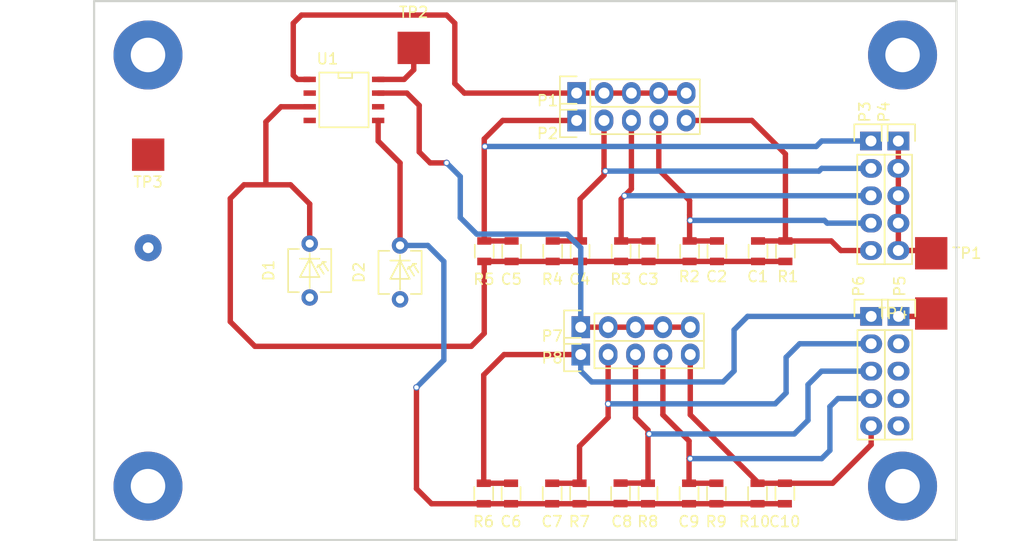
<source format=kicad_pcb>
(kicad_pcb (version 4) (host pcbnew 4.0.5+dfsg1-4)

  (general
    (links 79)
    (no_connects 10)
    (area 91.146858 68.3 224.607429 156.098333)
    (thickness 1.6)
    (drawings 10)
    (tracks 194)
    (zones 0)
    (modules 40)
    (nets 19)
  )

  (page A4)
  (layers
    (0 F.Cu signal)
    (31 B.Cu signal)
    (32 B.Adhes user)
    (33 F.Adhes user)
    (34 B.Paste user)
    (35 F.Paste user)
    (36 B.SilkS user)
    (37 F.SilkS user)
    (38 B.Mask user)
    (39 F.Mask user)
    (40 Dwgs.User user hide)
    (41 Cmts.User user)
    (42 Eco1.User user)
    (43 Eco2.User user)
    (44 Edge.Cuts user)
    (45 Margin user)
    (46 B.CrtYd user)
    (47 F.CrtYd user)
    (48 B.Fab user)
    (49 F.Fab user)
  )

  (setup
    (last_trace_width 0.5)
    (user_trace_width 0.5)
    (trace_clearance 0.2)
    (zone_clearance 0.3)
    (zone_45_only no)
    (trace_min 0.2)
    (segment_width 0.2)
    (edge_width 0.2)
    (via_size 0.6)
    (via_drill 0.4)
    (via_min_size 0.4)
    (via_min_drill 0.3)
    (user_via 1 0.5)
    (uvia_size 0.3)
    (uvia_drill 0.1)
    (uvias_allowed no)
    (uvia_min_size 0.2)
    (uvia_min_drill 0.1)
    (pcb_text_width 0.3)
    (pcb_text_size 1.5 1.5)
    (mod_edge_width 0.15)
    (mod_text_size 1 1)
    (mod_text_width 0.15)
    (pad_size 2.49936 2.49936)
    (pad_drill 1.00076)
    (pad_to_mask_clearance 0.2)
    (aux_axis_origin 0 0)
    (grid_origin 137.16 92.964)
    (visible_elements FFFEFF7F)
    (pcbplotparams
      (layerselection 0x00030_80000001)
      (usegerberextensions false)
      (excludeedgelayer true)
      (linewidth 0.100000)
      (plotframeref false)
      (viasonmask false)
      (mode 1)
      (useauxorigin false)
      (hpglpennumber 1)
      (hpglpenspeed 20)
      (hpglpendiameter 15)
      (hpglpenoverlay 2)
      (psnegative false)
      (psa4output false)
      (plotreference true)
      (plotvalue true)
      (plotinvisibletext false)
      (padsonsilk false)
      (subtractmaskfromsilk false)
      (outputformat 1)
      (mirror false)
      (drillshape 1)
      (scaleselection 1)
      (outputdirectory ""))
  )

  (net 0 "")
  (net 1 "Net-(C1-Pad1)")
  (net 2 "Net-(C2-Pad1)")
  (net 3 "Net-(C3-Pad1)")
  (net 4 "Net-(C4-Pad1)")
  (net 5 "Net-(C5-Pad1)")
  (net 6 "Net-(P1-Pad1)")
  (net 7 "Net-(P4-Pad1)")
  (net 8 GND)
  (net 9 +5V)
  (net 10 "Net-(C6-Pad1)")
  (net 11 "Net-(C7-Pad1)")
  (net 12 "Net-(C8-Pad1)")
  (net 13 "Net-(C9-Pad1)")
  (net 14 "Net-(C10-Pad1)")
  (net 15 "Net-(P5-Pad1)")
  (net 16 "Net-(P7-Pad1)")
  (net 17 "Net-(C1-Pad2)")
  (net 18 "Net-(C10-Pad2)")

  (net_class Default "This is the default net class."
    (clearance 0.2)
    (trace_width 0.25)
    (via_dia 0.6)
    (via_drill 0.4)
    (uvia_dia 0.3)
    (uvia_drill 0.1)
    (add_net +5V)
    (add_net GND)
    (add_net "Net-(C1-Pad1)")
    (add_net "Net-(C1-Pad2)")
    (add_net "Net-(C10-Pad1)")
    (add_net "Net-(C10-Pad2)")
    (add_net "Net-(C2-Pad1)")
    (add_net "Net-(C3-Pad1)")
    (add_net "Net-(C4-Pad1)")
    (add_net "Net-(C5-Pad1)")
    (add_net "Net-(C6-Pad1)")
    (add_net "Net-(C7-Pad1)")
    (add_net "Net-(C8-Pad1)")
    (add_net "Net-(C9-Pad1)")
    (add_net "Net-(P1-Pad1)")
    (add_net "Net-(P4-Pad1)")
    (add_net "Net-(P5-Pad1)")
    (add_net "Net-(P7-Pad1)")
  )

  (module Resistors_SMD:R_0805 (layer F.Cu) (tedit 58FF5544) (tstamp 58FDEFE4)
    (at 143.1925 104.2035 270)
    (descr "Resistor SMD 0805, reflow soldering, Vishay (see dcrcw.pdf)")
    (tags "resistor 0805")
    (path /58FDCDBF)
    (attr smd)
    (fp_text reference R5 (at 2.605 0.031 360) (layer F.SilkS)
      (effects (font (size 1 1) (thickness 0.15)))
    )
    (fp_text value 10k (at 0 2.1 270) (layer F.Fab)
      (effects (font (size 1 1) (thickness 0.15)))
    )
    (fp_line (start -1 0.625) (end -1 -0.625) (layer F.Fab) (width 0.1))
    (fp_line (start 1 0.625) (end -1 0.625) (layer F.Fab) (width 0.1))
    (fp_line (start 1 -0.625) (end 1 0.625) (layer F.Fab) (width 0.1))
    (fp_line (start -1 -0.625) (end 1 -0.625) (layer F.Fab) (width 0.1))
    (fp_line (start -1.6 -1) (end 1.6 -1) (layer F.CrtYd) (width 0.05))
    (fp_line (start -1.6 1) (end 1.6 1) (layer F.CrtYd) (width 0.05))
    (fp_line (start -1.6 -1) (end -1.6 1) (layer F.CrtYd) (width 0.05))
    (fp_line (start 1.6 -1) (end 1.6 1) (layer F.CrtYd) (width 0.05))
    (fp_line (start 0.6 0.875) (end -0.6 0.875) (layer F.SilkS) (width 0.15))
    (fp_line (start -0.6 -0.875) (end 0.6 -0.875) (layer F.SilkS) (width 0.15))
    (pad 1 smd rect (at -0.95 0 270) (size 0.7 1.3) (layers F.Cu F.Paste F.Mask)
      (net 5 "Net-(C5-Pad1)"))
    (pad 2 smd rect (at 0.95 0 270) (size 0.7 1.3) (layers F.Cu F.Paste F.Mask)
      (net 17 "Net-(C1-Pad2)"))
    (model Resistors_SMD.3dshapes/R_0805.wrl
      (at (xyz 0 0 0))
      (scale (xyz 1 1 1))
      (rotate (xyz 0 0 0))
    )
  )

  (module Wire_Pads:SolderWirePad_single_1mmDrill (layer F.Cu) (tedit 58FF5630) (tstamp 58FFB7ED)
    (at 112.014 103.886)
    (fp_text reference REF** (at 0 -3.81) (layer F.SilkS) hide
      (effects (font (size 1 1) (thickness 0.15)))
    )
    (fp_text value SolderWirePad_single_1mmDrill (at -1.905 3.175) (layer F.Fab)
      (effects (font (size 1 1) (thickness 0.15)))
    )
    (pad 1 thru_hole circle (at 0 0) (size 2.49936 2.49936) (drill 1.00076) (layers *.Cu)
      (net 8 GND))
  )

  (module Mounting_Holes:MountingHole_3.2mm_M3_Pad (layer F.Cu) (tedit 58FF5599) (tstamp 58FF0A6E)
    (at 182 126)
    (descr "Mounting Hole 3.2mm, M3")
    (tags "mounting hole 3.2mm m3")
    (fp_text reference REF** (at 0 -4.2) (layer F.SilkS) hide
      (effects (font (size 1 1) (thickness 0.15)))
    )
    (fp_text value MountingHole_3.2mm_M3_Pad (at 0 4.2) (layer F.Fab)
      (effects (font (size 1 1) (thickness 0.15)))
    )
    (fp_circle (center 0 0) (end 3.2 0) (layer Cmts.User) (width 0.15))
    (fp_circle (center 0 0) (end 3.45 0) (layer F.CrtYd) (width 0.05))
    (pad 1 thru_hole circle (at 0 0) (size 6.4 6.4) (drill 3.2) (layers *.Cu *.Mask))
  )

  (module Pin_Headers:Pin_Header_Straight_1x05 (layer F.Cu) (tedit 59034155) (tstamp 5900189A)
    (at 151.765 89.535 90)
    (descr "Through hole pin header")
    (tags "pin header")
    (path /58FDBBF8)
    (fp_text reference P1 (at -0.7 -2.698 180) (layer F.SilkS)
      (effects (font (size 1 1) (thickness 0.15)))
    )
    (fp_text value CONN_01X05 (at 0 -3.1 90) (layer F.Fab)
      (effects (font (size 1 1) (thickness 0.15)))
    )
    (fp_line (start -1.55 0) (end -1.55 -1.55) (layer F.SilkS) (width 0.15))
    (fp_line (start -1.55 -1.55) (end 1.55 -1.55) (layer F.SilkS) (width 0.15))
    (fp_line (start 1.55 -1.55) (end 1.55 0) (layer F.SilkS) (width 0.15))
    (fp_line (start -1.75 -1.75) (end -1.75 11.95) (layer F.CrtYd) (width 0.05))
    (fp_line (start 1.75 -1.75) (end 1.75 11.95) (layer F.CrtYd) (width 0.05))
    (fp_line (start -1.75 -1.75) (end 1.75 -1.75) (layer F.CrtYd) (width 0.05))
    (fp_line (start -1.75 11.95) (end 1.75 11.95) (layer F.CrtYd) (width 0.05))
    (fp_line (start 1.27 1.27) (end 1.27 11.43) (layer F.SilkS) (width 0.15))
    (fp_line (start 1.27 11.43) (end -1.27 11.43) (layer F.SilkS) (width 0.15))
    (fp_line (start -1.27 11.43) (end -1.27 1.27) (layer F.SilkS) (width 0.15))
    (fp_line (start 1.27 1.27) (end -1.27 1.27) (layer F.SilkS) (width 0.15))
    (pad 1 thru_hole rect (at 0 0 90) (size 2.032 1.7272) (drill 1.016) (layers *.Cu *.Mask)
      (net 6 "Net-(P1-Pad1)"))
    (pad 2 thru_hole oval (at 0 2.54 90) (size 2.032 1.7272) (drill 1.016) (layers *.Cu *.Mask)
      (net 6 "Net-(P1-Pad1)"))
    (pad 3 thru_hole oval (at 0 5.08 90) (size 2.032 1.7272) (drill 1.016) (layers *.Cu *.Mask)
      (net 6 "Net-(P1-Pad1)"))
    (pad 4 thru_hole oval (at 0 7.62 90) (size 2.032 1.7272) (drill 1.016) (layers *.Cu *.Mask)
      (net 6 "Net-(P1-Pad1)"))
    (pad 5 thru_hole oval (at 0 10.16 90) (size 2.032 1.7272) (drill 1.016) (layers *.Cu *.Mask)
      (net 6 "Net-(P1-Pad1)"))
    (model Pin_Headers.3dshapes/Pin_Header_Straight_1x05.wrl
      (at (xyz 0 -0.2 0))
      (scale (xyz 1 1 1))
      (rotate (xyz 0 0 90))
    )
  )

  (module Pin_Headers:Pin_Header_Straight_1x05 (layer F.Cu) (tedit 59034157) (tstamp 590018AE)
    (at 151.765 92.075 90)
    (descr "Through hole pin header")
    (tags "pin header")
    (path /58FDC421)
    (fp_text reference P2 (at -1.208 -2.698 180) (layer F.SilkS)
      (effects (font (size 1 1) (thickness 0.15)))
    )
    (fp_text value CONN_01X05 (at 0 -3.1 90) (layer F.Fab)
      (effects (font (size 1 1) (thickness 0.15)))
    )
    (fp_line (start -1.55 0) (end -1.55 -1.55) (layer F.SilkS) (width 0.15))
    (fp_line (start -1.55 -1.55) (end 1.55 -1.55) (layer F.SilkS) (width 0.15))
    (fp_line (start 1.55 -1.55) (end 1.55 0) (layer F.SilkS) (width 0.15))
    (fp_line (start -1.75 -1.75) (end -1.75 11.95) (layer F.CrtYd) (width 0.05))
    (fp_line (start 1.75 -1.75) (end 1.75 11.95) (layer F.CrtYd) (width 0.05))
    (fp_line (start -1.75 -1.75) (end 1.75 -1.75) (layer F.CrtYd) (width 0.05))
    (fp_line (start -1.75 11.95) (end 1.75 11.95) (layer F.CrtYd) (width 0.05))
    (fp_line (start 1.27 1.27) (end 1.27 11.43) (layer F.SilkS) (width 0.15))
    (fp_line (start 1.27 11.43) (end -1.27 11.43) (layer F.SilkS) (width 0.15))
    (fp_line (start -1.27 11.43) (end -1.27 1.27) (layer F.SilkS) (width 0.15))
    (fp_line (start 1.27 1.27) (end -1.27 1.27) (layer F.SilkS) (width 0.15))
    (pad 1 thru_hole rect (at 0 0 90) (size 2.032 1.7272) (drill 1.016) (layers *.Cu *.Mask)
      (net 5 "Net-(C5-Pad1)"))
    (pad 2 thru_hole oval (at 0 2.54 90) (size 2.032 1.7272) (drill 1.016) (layers *.Cu *.Mask)
      (net 4 "Net-(C4-Pad1)"))
    (pad 3 thru_hole oval (at 0 5.08 90) (size 2.032 1.7272) (drill 1.016) (layers *.Cu *.Mask)
      (net 3 "Net-(C3-Pad1)"))
    (pad 4 thru_hole oval (at 0 7.62 90) (size 2.032 1.7272) (drill 1.016) (layers *.Cu *.Mask)
      (net 2 "Net-(C2-Pad1)"))
    (pad 5 thru_hole oval (at 0 10.16 90) (size 2.032 1.7272) (drill 1.016) (layers *.Cu *.Mask)
      (net 1 "Net-(C1-Pad1)"))
    (model Pin_Headers.3dshapes/Pin_Header_Straight_1x05.wrl
      (at (xyz 0 -0.2 0))
      (scale (xyz 1 1 1))
      (rotate (xyz 0 0 90))
    )
  )

  (module Pin_Headers:Pin_Header_Straight_1x05 (layer F.Cu) (tedit 58FF55EC) (tstamp 590018C2)
    (at 179.07 93.98)
    (descr "Through hole pin header")
    (tags "pin header")
    (path /58FDC9E0)
    (fp_text reference P3 (at -0.573 -2.698 90) (layer F.SilkS)
      (effects (font (size 1 1) (thickness 0.15)))
    )
    (fp_text value CONN_01X05 (at 0 -3.1) (layer F.Fab)
      (effects (font (size 1 1) (thickness 0.15)))
    )
    (fp_line (start -1.55 0) (end -1.55 -1.55) (layer F.SilkS) (width 0.15))
    (fp_line (start -1.55 -1.55) (end 1.55 -1.55) (layer F.SilkS) (width 0.15))
    (fp_line (start 1.55 -1.55) (end 1.55 0) (layer F.SilkS) (width 0.15))
    (fp_line (start -1.75 -1.75) (end -1.75 11.95) (layer F.CrtYd) (width 0.05))
    (fp_line (start 1.75 -1.75) (end 1.75 11.95) (layer F.CrtYd) (width 0.05))
    (fp_line (start -1.75 -1.75) (end 1.75 -1.75) (layer F.CrtYd) (width 0.05))
    (fp_line (start -1.75 11.95) (end 1.75 11.95) (layer F.CrtYd) (width 0.05))
    (fp_line (start 1.27 1.27) (end 1.27 11.43) (layer F.SilkS) (width 0.15))
    (fp_line (start 1.27 11.43) (end -1.27 11.43) (layer F.SilkS) (width 0.15))
    (fp_line (start -1.27 11.43) (end -1.27 1.27) (layer F.SilkS) (width 0.15))
    (fp_line (start 1.27 1.27) (end -1.27 1.27) (layer F.SilkS) (width 0.15))
    (pad 1 thru_hole rect (at 0 0) (size 2.032 1.7272) (drill 1.016) (layers *.Cu *.Mask)
      (net 5 "Net-(C5-Pad1)"))
    (pad 2 thru_hole oval (at 0 2.54) (size 2.032 1.7272) (drill 1.016) (layers *.Cu *.Mask)
      (net 4 "Net-(C4-Pad1)"))
    (pad 3 thru_hole oval (at 0 5.08) (size 2.032 1.7272) (drill 1.016) (layers *.Cu *.Mask)
      (net 3 "Net-(C3-Pad1)"))
    (pad 4 thru_hole oval (at 0 7.62) (size 2.032 1.7272) (drill 1.016) (layers *.Cu *.Mask)
      (net 2 "Net-(C2-Pad1)"))
    (pad 5 thru_hole oval (at 0 10.16) (size 2.032 1.7272) (drill 1.016) (layers *.Cu *.Mask)
      (net 1 "Net-(C1-Pad1)"))
    (model Pin_Headers.3dshapes/Pin_Header_Straight_1x05.wrl
      (at (xyz 0 -0.2 0))
      (scale (xyz 1 1 1))
      (rotate (xyz 0 0 90))
    )
  )

  (module Pin_Headers:Pin_Header_Straight_1x05 (layer F.Cu) (tedit 58FF55DB) (tstamp 590018D6)
    (at 181.61 93.98)
    (descr "Through hole pin header")
    (tags "pin header")
    (path /58FDC97C)
    (fp_text reference P4 (at -1.335 -2.698 90) (layer F.SilkS)
      (effects (font (size 1 1) (thickness 0.15)))
    )
    (fp_text value CONN_01X05 (at 0 -3.1) (layer F.Fab)
      (effects (font (size 1 1) (thickness 0.15)))
    )
    (fp_line (start -1.55 0) (end -1.55 -1.55) (layer F.SilkS) (width 0.15))
    (fp_line (start -1.55 -1.55) (end 1.55 -1.55) (layer F.SilkS) (width 0.15))
    (fp_line (start 1.55 -1.55) (end 1.55 0) (layer F.SilkS) (width 0.15))
    (fp_line (start -1.75 -1.75) (end -1.75 11.95) (layer F.CrtYd) (width 0.05))
    (fp_line (start 1.75 -1.75) (end 1.75 11.95) (layer F.CrtYd) (width 0.05))
    (fp_line (start -1.75 -1.75) (end 1.75 -1.75) (layer F.CrtYd) (width 0.05))
    (fp_line (start -1.75 11.95) (end 1.75 11.95) (layer F.CrtYd) (width 0.05))
    (fp_line (start 1.27 1.27) (end 1.27 11.43) (layer F.SilkS) (width 0.15))
    (fp_line (start 1.27 11.43) (end -1.27 11.43) (layer F.SilkS) (width 0.15))
    (fp_line (start -1.27 11.43) (end -1.27 1.27) (layer F.SilkS) (width 0.15))
    (fp_line (start 1.27 1.27) (end -1.27 1.27) (layer F.SilkS) (width 0.15))
    (pad 1 thru_hole rect (at 0 0) (size 2.032 1.7272) (drill 1.016) (layers *.Cu *.Mask)
      (net 7 "Net-(P4-Pad1)"))
    (pad 2 thru_hole oval (at 0 2.54) (size 2.032 1.7272) (drill 1.016) (layers *.Cu *.Mask)
      (net 7 "Net-(P4-Pad1)"))
    (pad 3 thru_hole oval (at 0 5.08) (size 2.032 1.7272) (drill 1.016) (layers *.Cu *.Mask)
      (net 7 "Net-(P4-Pad1)"))
    (pad 4 thru_hole oval (at 0 7.62) (size 2.032 1.7272) (drill 1.016) (layers *.Cu *.Mask)
      (net 7 "Net-(P4-Pad1)"))
    (pad 5 thru_hole oval (at 0 10.16) (size 2.032 1.7272) (drill 1.016) (layers *.Cu *.Mask)
      (net 7 "Net-(P4-Pad1)"))
    (model Pin_Headers.3dshapes/Pin_Header_Straight_1x05.wrl
      (at (xyz 0 -0.2 0))
      (scale (xyz 1 1 1))
      (rotate (xyz 0 0 90))
    )
  )

  (module Photodiodes:BPW34FA (layer F.Cu) (tedit 58FDDC7C) (tstamp 59009014)
    (at 127 106 270)
    (path /58FDDC96)
    (fp_text reference D1 (at 0 3.81 270) (layer F.SilkS)
      (effects (font (size 1 1) (thickness 0.15)))
    )
    (fp_text value BPW34FA (at 0 -3.81 270) (layer F.Fab)
      (effects (font (size 1 1) (thickness 0.15)))
    )
    (fp_line (start -0.8 -1.2) (end -0.6 -1.1) (layer F.SilkS) (width 0.15))
    (fp_line (start -0.8 -1.2) (end -0.8 -1.5) (layer F.SilkS) (width 0.15))
    (fp_line (start -0.5 -0.8) (end -0.5 -1) (layer F.SilkS) (width 0.15))
    (fp_line (start -0.5 -1) (end -0.5 -0.8) (layer F.SilkS) (width 0.15))
    (fp_line (start -0.5 -0.8) (end -0.3 -0.7) (layer F.SilkS) (width 0.15))
    (fp_line (start -0.5 -0.8) (end 0.3 -1.3) (layer F.SilkS) (width 0.15))
    (fp_line (start -0.8 -1.2) (end 0 -1.7) (layer F.SilkS) (width 0.15))
    (fp_line (start -1.1 -0.9) (end -1.1 0.9) (layer F.SilkS) (width 0.15))
    (fp_line (start -1.1 0) (end 0.6 0.9) (layer F.SilkS) (width 0.15))
    (fp_line (start 0.6 0) (end 0.6 0.9) (layer F.SilkS) (width 0.15))
    (fp_line (start 0.6 -0.9) (end 0.6 0) (layer F.SilkS) (width 0.15))
    (fp_line (start -1.1 0) (end 0.6 -0.9) (layer F.SilkS) (width 0.15))
    (fp_line (start -1.6 0) (end 1.5 0) (layer F.SilkS) (width 0.15))
    (fp_line (start 1.5 0) (end 1.6 0) (layer F.SilkS) (width 0.15))
    (fp_line (start 2 1) (end 2 2) (layer F.SilkS) (width 0.15))
    (fp_line (start 2 -2) (end 2 -1) (layer F.SilkS) (width 0.15))
    (fp_line (start -2 1) (end -2 2) (layer F.SilkS) (width 0.15))
    (fp_line (start -2 -2) (end 2 -2) (layer F.SilkS) (width 0.15))
    (fp_line (start -2 2) (end 2 2) (layer F.SilkS) (width 0.15))
    (fp_line (start -2 -2) (end -2 -1) (layer F.SilkS) (width 0.15))
    (pad 1 thru_hole circle (at -2.5 0 270) (size 1.524 1.524) (drill 0.762) (layers *.Cu *.Mask)
      (net 17 "Net-(C1-Pad2)"))
    (pad 2 thru_hole circle (at 2.5 0 270) (size 1.524 1.524) (drill 0.762) (layers *.Cu *.Mask)
      (net 8 GND))
  )

  (module Photodiodes:BPW34FA (layer F.Cu) (tedit 58FDDC7C) (tstamp 59009298)
    (at 135.382 106.172 270)
    (path /58FE921C)
    (fp_text reference D2 (at 0 3.81 270) (layer F.SilkS)
      (effects (font (size 1 1) (thickness 0.15)))
    )
    (fp_text value BPW34 (at 0 -3.81 270) (layer F.Fab)
      (effects (font (size 1 1) (thickness 0.15)))
    )
    (fp_line (start -0.8 -1.2) (end -0.6 -1.1) (layer F.SilkS) (width 0.15))
    (fp_line (start -0.8 -1.2) (end -0.8 -1.5) (layer F.SilkS) (width 0.15))
    (fp_line (start -0.5 -0.8) (end -0.5 -1) (layer F.SilkS) (width 0.15))
    (fp_line (start -0.5 -1) (end -0.5 -0.8) (layer F.SilkS) (width 0.15))
    (fp_line (start -0.5 -0.8) (end -0.3 -0.7) (layer F.SilkS) (width 0.15))
    (fp_line (start -0.5 -0.8) (end 0.3 -1.3) (layer F.SilkS) (width 0.15))
    (fp_line (start -0.8 -1.2) (end 0 -1.7) (layer F.SilkS) (width 0.15))
    (fp_line (start -1.1 -0.9) (end -1.1 0.9) (layer F.SilkS) (width 0.15))
    (fp_line (start -1.1 0) (end 0.6 0.9) (layer F.SilkS) (width 0.15))
    (fp_line (start 0.6 0) (end 0.6 0.9) (layer F.SilkS) (width 0.15))
    (fp_line (start 0.6 -0.9) (end 0.6 0) (layer F.SilkS) (width 0.15))
    (fp_line (start -1.1 0) (end 0.6 -0.9) (layer F.SilkS) (width 0.15))
    (fp_line (start -1.6 0) (end 1.5 0) (layer F.SilkS) (width 0.15))
    (fp_line (start 1.5 0) (end 1.6 0) (layer F.SilkS) (width 0.15))
    (fp_line (start 2 1) (end 2 2) (layer F.SilkS) (width 0.15))
    (fp_line (start 2 -2) (end 2 -1) (layer F.SilkS) (width 0.15))
    (fp_line (start -2 1) (end -2 2) (layer F.SilkS) (width 0.15))
    (fp_line (start -2 -2) (end 2 -2) (layer F.SilkS) (width 0.15))
    (fp_line (start -2 2) (end 2 2) (layer F.SilkS) (width 0.15))
    (fp_line (start -2 -2) (end -2 -1) (layer F.SilkS) (width 0.15))
    (pad 1 thru_hole circle (at -2.5 0 270) (size 1.524 1.524) (drill 0.762) (layers *.Cu *.Mask)
      (net 18 "Net-(C10-Pad2)"))
    (pad 2 thru_hole circle (at 2.5 0 270) (size 1.524 1.524) (drill 0.762) (layers *.Cu *.Mask)
      (net 8 GND))
  )

  (module Pin_Headers:Pin_Header_Straight_1x05 (layer F.Cu) (tedit 58FF55E4) (tstamp 590092AC)
    (at 181.627 110.252)
    (descr "Through hole pin header")
    (tags "pin header")
    (path /58FE91E6)
    (fp_text reference P5 (at 0.11 -2.81 90) (layer F.SilkS)
      (effects (font (size 1 1) (thickness 0.15)))
    )
    (fp_text value CONN_01X05 (at 0 -3.1) (layer F.Fab)
      (effects (font (size 1 1) (thickness 0.15)))
    )
    (fp_line (start -1.55 0) (end -1.55 -1.55) (layer F.SilkS) (width 0.15))
    (fp_line (start -1.55 -1.55) (end 1.55 -1.55) (layer F.SilkS) (width 0.15))
    (fp_line (start 1.55 -1.55) (end 1.55 0) (layer F.SilkS) (width 0.15))
    (fp_line (start -1.75 -1.75) (end -1.75 11.95) (layer F.CrtYd) (width 0.05))
    (fp_line (start 1.75 -1.75) (end 1.75 11.95) (layer F.CrtYd) (width 0.05))
    (fp_line (start -1.75 -1.75) (end 1.75 -1.75) (layer F.CrtYd) (width 0.05))
    (fp_line (start -1.75 11.95) (end 1.75 11.95) (layer F.CrtYd) (width 0.05))
    (fp_line (start 1.27 1.27) (end 1.27 11.43) (layer F.SilkS) (width 0.15))
    (fp_line (start 1.27 11.43) (end -1.27 11.43) (layer F.SilkS) (width 0.15))
    (fp_line (start -1.27 11.43) (end -1.27 1.27) (layer F.SilkS) (width 0.15))
    (fp_line (start 1.27 1.27) (end -1.27 1.27) (layer F.SilkS) (width 0.15))
    (pad 1 thru_hole rect (at 0 0) (size 2.032 1.7272) (drill 1.016) (layers *.Cu *.Mask)
      (net 15 "Net-(P5-Pad1)"))
    (pad 2 thru_hole oval (at 0 2.54) (size 2.032 1.7272) (drill 1.016) (layers *.Cu *.Mask)
      (net 15 "Net-(P5-Pad1)"))
    (pad 3 thru_hole oval (at 0 5.08) (size 2.032 1.7272) (drill 1.016) (layers *.Cu *.Mask)
      (net 15 "Net-(P5-Pad1)"))
    (pad 4 thru_hole oval (at 0 7.62) (size 2.032 1.7272) (drill 1.016) (layers *.Cu *.Mask)
      (net 15 "Net-(P5-Pad1)"))
    (pad 5 thru_hole oval (at 0 10.16) (size 2.032 1.7272) (drill 1.016) (layers *.Cu *.Mask)
      (net 15 "Net-(P5-Pad1)"))
    (model Pin_Headers.3dshapes/Pin_Header_Straight_1x05.wrl
      (at (xyz 0 -0.2 0))
      (scale (xyz 1 1 1))
      (rotate (xyz 0 0 90))
    )
  )

  (module Pin_Headers:Pin_Header_Straight_1x05 (layer F.Cu) (tedit 58FF55EF) (tstamp 590092C0)
    (at 179.087 110.252)
    (descr "Through hole pin header")
    (tags "pin header")
    (path /58FE928D)
    (fp_text reference P6 (at -1.16 -2.81 90) (layer F.SilkS)
      (effects (font (size 1 1) (thickness 0.15)))
    )
    (fp_text value CONN_01X05 (at 0 -3.1) (layer F.Fab)
      (effects (font (size 1 1) (thickness 0.15)))
    )
    (fp_line (start -1.55 0) (end -1.55 -1.55) (layer F.SilkS) (width 0.15))
    (fp_line (start -1.55 -1.55) (end 1.55 -1.55) (layer F.SilkS) (width 0.15))
    (fp_line (start 1.55 -1.55) (end 1.55 0) (layer F.SilkS) (width 0.15))
    (fp_line (start -1.75 -1.75) (end -1.75 11.95) (layer F.CrtYd) (width 0.05))
    (fp_line (start 1.75 -1.75) (end 1.75 11.95) (layer F.CrtYd) (width 0.05))
    (fp_line (start -1.75 -1.75) (end 1.75 -1.75) (layer F.CrtYd) (width 0.05))
    (fp_line (start -1.75 11.95) (end 1.75 11.95) (layer F.CrtYd) (width 0.05))
    (fp_line (start 1.27 1.27) (end 1.27 11.43) (layer F.SilkS) (width 0.15))
    (fp_line (start 1.27 11.43) (end -1.27 11.43) (layer F.SilkS) (width 0.15))
    (fp_line (start -1.27 11.43) (end -1.27 1.27) (layer F.SilkS) (width 0.15))
    (fp_line (start 1.27 1.27) (end -1.27 1.27) (layer F.SilkS) (width 0.15))
    (pad 1 thru_hole rect (at 0 0) (size 2.032 1.7272) (drill 1.016) (layers *.Cu *.Mask)
      (net 10 "Net-(C6-Pad1)"))
    (pad 2 thru_hole oval (at 0 2.54) (size 2.032 1.7272) (drill 1.016) (layers *.Cu *.Mask)
      (net 11 "Net-(C7-Pad1)"))
    (pad 3 thru_hole oval (at 0 5.08) (size 2.032 1.7272) (drill 1.016) (layers *.Cu *.Mask)
      (net 12 "Net-(C8-Pad1)"))
    (pad 4 thru_hole oval (at 0 7.62) (size 2.032 1.7272) (drill 1.016) (layers *.Cu *.Mask)
      (net 13 "Net-(C9-Pad1)"))
    (pad 5 thru_hole oval (at 0 10.16) (size 2.032 1.7272) (drill 1.016) (layers *.Cu *.Mask)
      (net 14 "Net-(C10-Pad1)"))
    (model Pin_Headers.3dshapes/Pin_Header_Straight_1x05.wrl
      (at (xyz 0 -0.2 0))
      (scale (xyz 1 1 1))
      (rotate (xyz 0 0 90))
    )
  )

  (module Pin_Headers:Pin_Header_Straight_1x05 (layer F.Cu) (tedit 5903413E) (tstamp 590092D4)
    (at 152.146 111.252 90)
    (descr "Through hole pin header")
    (tags "pin header")
    (path /58FE91CE)
    (fp_text reference P7 (at -0.824 -2.652 180) (layer F.SilkS)
      (effects (font (size 1 1) (thickness 0.15)))
    )
    (fp_text value CONN_01X05 (at 0 -3.1 90) (layer F.Fab)
      (effects (font (size 1 1) (thickness 0.15)))
    )
    (fp_line (start -1.55 0) (end -1.55 -1.55) (layer F.SilkS) (width 0.15))
    (fp_line (start -1.55 -1.55) (end 1.55 -1.55) (layer F.SilkS) (width 0.15))
    (fp_line (start 1.55 -1.55) (end 1.55 0) (layer F.SilkS) (width 0.15))
    (fp_line (start -1.75 -1.75) (end -1.75 11.95) (layer F.CrtYd) (width 0.05))
    (fp_line (start 1.75 -1.75) (end 1.75 11.95) (layer F.CrtYd) (width 0.05))
    (fp_line (start -1.75 -1.75) (end 1.75 -1.75) (layer F.CrtYd) (width 0.05))
    (fp_line (start -1.75 11.95) (end 1.75 11.95) (layer F.CrtYd) (width 0.05))
    (fp_line (start 1.27 1.27) (end 1.27 11.43) (layer F.SilkS) (width 0.15))
    (fp_line (start 1.27 11.43) (end -1.27 11.43) (layer F.SilkS) (width 0.15))
    (fp_line (start -1.27 11.43) (end -1.27 1.27) (layer F.SilkS) (width 0.15))
    (fp_line (start 1.27 1.27) (end -1.27 1.27) (layer F.SilkS) (width 0.15))
    (pad 1 thru_hole rect (at 0 0 90) (size 2.032 1.7272) (drill 1.016) (layers *.Cu *.Mask)
      (net 16 "Net-(P7-Pad1)"))
    (pad 2 thru_hole oval (at 0 2.54 90) (size 2.032 1.7272) (drill 1.016) (layers *.Cu *.Mask)
      (net 16 "Net-(P7-Pad1)"))
    (pad 3 thru_hole oval (at 0 5.08 90) (size 2.032 1.7272) (drill 1.016) (layers *.Cu *.Mask)
      (net 16 "Net-(P7-Pad1)"))
    (pad 4 thru_hole oval (at 0 7.62 90) (size 2.032 1.7272) (drill 1.016) (layers *.Cu *.Mask)
      (net 16 "Net-(P7-Pad1)"))
    (pad 5 thru_hole oval (at 0 10.16 90) (size 2.032 1.7272) (drill 1.016) (layers *.Cu *.Mask)
      (net 16 "Net-(P7-Pad1)"))
    (model Pin_Headers.3dshapes/Pin_Header_Straight_1x05.wrl
      (at (xyz 0 -0.2 0))
      (scale (xyz 1 1 1))
      (rotate (xyz 0 0 90))
    )
  )

  (module Pin_Headers:Pin_Header_Straight_1x05 (layer F.Cu) (tedit 59034127) (tstamp 590092E8)
    (at 152.146 113.792 90)
    (descr "Through hole pin header")
    (tags "pin header")
    (path /58FE91D4)
    (fp_text reference P8 (at -0.316 -2.652 180) (layer F.SilkS)
      (effects (font (size 1 1) (thickness 0.15)))
    )
    (fp_text value CONN_01X05 (at 0 -3.1 90) (layer F.Fab)
      (effects (font (size 1 1) (thickness 0.15)))
    )
    (fp_line (start -1.55 0) (end -1.55 -1.55) (layer F.SilkS) (width 0.15))
    (fp_line (start -1.55 -1.55) (end 1.55 -1.55) (layer F.SilkS) (width 0.15))
    (fp_line (start 1.55 -1.55) (end 1.55 0) (layer F.SilkS) (width 0.15))
    (fp_line (start -1.75 -1.75) (end -1.75 11.95) (layer F.CrtYd) (width 0.05))
    (fp_line (start 1.75 -1.75) (end 1.75 11.95) (layer F.CrtYd) (width 0.05))
    (fp_line (start -1.75 -1.75) (end 1.75 -1.75) (layer F.CrtYd) (width 0.05))
    (fp_line (start -1.75 11.95) (end 1.75 11.95) (layer F.CrtYd) (width 0.05))
    (fp_line (start 1.27 1.27) (end 1.27 11.43) (layer F.SilkS) (width 0.15))
    (fp_line (start 1.27 11.43) (end -1.27 11.43) (layer F.SilkS) (width 0.15))
    (fp_line (start -1.27 11.43) (end -1.27 1.27) (layer F.SilkS) (width 0.15))
    (fp_line (start 1.27 1.27) (end -1.27 1.27) (layer F.SilkS) (width 0.15))
    (pad 1 thru_hole rect (at 0 0 90) (size 2.032 1.7272) (drill 1.016) (layers *.Cu *.Mask)
      (net 10 "Net-(C6-Pad1)"))
    (pad 2 thru_hole oval (at 0 2.54 90) (size 2.032 1.7272) (drill 1.016) (layers *.Cu *.Mask)
      (net 11 "Net-(C7-Pad1)"))
    (pad 3 thru_hole oval (at 0 5.08 90) (size 2.032 1.7272) (drill 1.016) (layers *.Cu *.Mask)
      (net 12 "Net-(C8-Pad1)"))
    (pad 4 thru_hole oval (at 0 7.62 90) (size 2.032 1.7272) (drill 1.016) (layers *.Cu *.Mask)
      (net 13 "Net-(C9-Pad1)"))
    (pad 5 thru_hole oval (at 0 10.16 90) (size 2.032 1.7272) (drill 1.016) (layers *.Cu *.Mask)
      (net 14 "Net-(C10-Pad1)"))
    (model Pin_Headers.3dshapes/Pin_Header_Straight_1x05.wrl
      (at (xyz 0 -0.2 0))
      (scale (xyz 1 1 1))
      (rotate (xyz 0 0 90))
    )
  )

  (module Resistors_SMD:R_0805 (layer F.Cu) (tedit 58FF540D) (tstamp 59009338)
    (at 168.544 126.681 270)
    (descr "Resistor SMD 0805, reflow soldering, Vishay (see dcrcw.pdf)")
    (tags "resistor 0805")
    (path /58FE91DA)
    (attr smd)
    (fp_text reference R10 (at 2.605 0.269 360) (layer F.SilkS)
      (effects (font (size 1 1) (thickness 0.15)))
    )
    (fp_text value 100M (at 0 2.1 270) (layer F.Fab)
      (effects (font (size 1 1) (thickness 0.15)))
    )
    (fp_line (start -1 0.625) (end -1 -0.625) (layer F.Fab) (width 0.1))
    (fp_line (start 1 0.625) (end -1 0.625) (layer F.Fab) (width 0.1))
    (fp_line (start 1 -0.625) (end 1 0.625) (layer F.Fab) (width 0.1))
    (fp_line (start -1 -0.625) (end 1 -0.625) (layer F.Fab) (width 0.1))
    (fp_line (start -1.6 -1) (end 1.6 -1) (layer F.CrtYd) (width 0.05))
    (fp_line (start -1.6 1) (end 1.6 1) (layer F.CrtYd) (width 0.05))
    (fp_line (start -1.6 -1) (end -1.6 1) (layer F.CrtYd) (width 0.05))
    (fp_line (start 1.6 -1) (end 1.6 1) (layer F.CrtYd) (width 0.05))
    (fp_line (start 0.6 0.875) (end -0.6 0.875) (layer F.SilkS) (width 0.15))
    (fp_line (start -0.6 -0.875) (end 0.6 -0.875) (layer F.SilkS) (width 0.15))
    (pad 1 smd rect (at -0.95 0 270) (size 0.7 1.3) (layers F.Cu F.Paste F.Mask)
      (net 14 "Net-(C10-Pad1)"))
    (pad 2 smd rect (at 0.95 0 270) (size 0.7 1.3) (layers F.Cu F.Paste F.Mask)
      (net 18 "Net-(C10-Pad2)"))
    (model Resistors_SMD.3dshapes/R_0805.wrl
      (at (xyz 0 0 0))
      (scale (xyz 1 1 1))
      (rotate (xyz 0 0 0))
    )
  )

  (module Resistors_SMD:R_0805 (layer F.Cu) (tedit 58FF55A4) (tstamp 58FDEFD0)
    (at 171.1325 104.2035 270)
    (descr "Resistor SMD 0805, reflow soldering, Vishay (see dcrcw.pdf)")
    (tags "resistor 0805")
    (path /58FDC47A)
    (attr smd)
    (fp_text reference R1 (at 2.351 -0.223 360) (layer F.SilkS)
      (effects (font (size 1 1) (thickness 0.15)))
    )
    (fp_text value 100M (at 0 2.1 270) (layer F.Fab)
      (effects (font (size 1 1) (thickness 0.15)))
    )
    (fp_line (start -1 0.625) (end -1 -0.625) (layer F.Fab) (width 0.1))
    (fp_line (start 1 0.625) (end -1 0.625) (layer F.Fab) (width 0.1))
    (fp_line (start 1 -0.625) (end 1 0.625) (layer F.Fab) (width 0.1))
    (fp_line (start -1 -0.625) (end 1 -0.625) (layer F.Fab) (width 0.1))
    (fp_line (start -1.6 -1) (end 1.6 -1) (layer F.CrtYd) (width 0.05))
    (fp_line (start -1.6 1) (end 1.6 1) (layer F.CrtYd) (width 0.05))
    (fp_line (start -1.6 -1) (end -1.6 1) (layer F.CrtYd) (width 0.05))
    (fp_line (start 1.6 -1) (end 1.6 1) (layer F.CrtYd) (width 0.05))
    (fp_line (start 0.6 0.875) (end -0.6 0.875) (layer F.SilkS) (width 0.15))
    (fp_line (start -0.6 -0.875) (end 0.6 -0.875) (layer F.SilkS) (width 0.15))
    (pad 1 smd rect (at -0.95 0 270) (size 0.7 1.3) (layers F.Cu F.Paste F.Mask)
      (net 1 "Net-(C1-Pad1)"))
    (pad 2 smd rect (at 0.95 0 270) (size 0.7 1.3) (layers F.Cu F.Paste F.Mask)
      (net 17 "Net-(C1-Pad2)"))
    (model Resistors_SMD.3dshapes/R_0805.wrl
      (at (xyz 0 0 0))
      (scale (xyz 1 1 1))
      (rotate (xyz 0 0 0))
    )
  )

  (module Resistors_SMD:R_0805 (layer F.Cu) (tedit 58FF5584) (tstamp 58FDEFD5)
    (at 162.2425 104.2035 270)
    (descr "Resistor SMD 0805, reflow soldering, Vishay (see dcrcw.pdf)")
    (tags "resistor 0805")
    (path /58FDCBC3)
    (attr smd)
    (fp_text reference R2 (at 2.351 0.031 360) (layer F.SilkS)
      (effects (font (size 1 1) (thickness 0.15)))
    )
    (fp_text value 10M (at 0 2.1 270) (layer F.Fab)
      (effects (font (size 1 1) (thickness 0.15)))
    )
    (fp_line (start -1 0.625) (end -1 -0.625) (layer F.Fab) (width 0.1))
    (fp_line (start 1 0.625) (end -1 0.625) (layer F.Fab) (width 0.1))
    (fp_line (start 1 -0.625) (end 1 0.625) (layer F.Fab) (width 0.1))
    (fp_line (start -1 -0.625) (end 1 -0.625) (layer F.Fab) (width 0.1))
    (fp_line (start -1.6 -1) (end 1.6 -1) (layer F.CrtYd) (width 0.05))
    (fp_line (start -1.6 1) (end 1.6 1) (layer F.CrtYd) (width 0.05))
    (fp_line (start -1.6 -1) (end -1.6 1) (layer F.CrtYd) (width 0.05))
    (fp_line (start 1.6 -1) (end 1.6 1) (layer F.CrtYd) (width 0.05))
    (fp_line (start 0.6 0.875) (end -0.6 0.875) (layer F.SilkS) (width 0.15))
    (fp_line (start -0.6 -0.875) (end 0.6 -0.875) (layer F.SilkS) (width 0.15))
    (pad 1 smd rect (at -0.95 0 270) (size 0.7 1.3) (layers F.Cu F.Paste F.Mask)
      (net 2 "Net-(C2-Pad1)"))
    (pad 2 smd rect (at 0.95 0 270) (size 0.7 1.3) (layers F.Cu F.Paste F.Mask)
      (net 17 "Net-(C1-Pad2)"))
    (model Resistors_SMD.3dshapes/R_0805.wrl
      (at (xyz 0 0 0))
      (scale (xyz 1 1 1))
      (rotate (xyz 0 0 0))
    )
  )

  (module Resistors_SMD:R_0805 (layer F.Cu) (tedit 58FF5579) (tstamp 58FDEFDA)
    (at 155.8925 104.2035 270)
    (descr "Resistor SMD 0805, reflow soldering, Vishay (see dcrcw.pdf)")
    (tags "resistor 0805")
    (path /58FDCCA7)
    (attr smd)
    (fp_text reference R3 (at 2.605 0.031 360) (layer F.SilkS)
      (effects (font (size 1 1) (thickness 0.15)))
    )
    (fp_text value 1M (at 0 2.1 270) (layer F.Fab)
      (effects (font (size 1 1) (thickness 0.15)))
    )
    (fp_line (start -1 0.625) (end -1 -0.625) (layer F.Fab) (width 0.1))
    (fp_line (start 1 0.625) (end -1 0.625) (layer F.Fab) (width 0.1))
    (fp_line (start 1 -0.625) (end 1 0.625) (layer F.Fab) (width 0.1))
    (fp_line (start -1 -0.625) (end 1 -0.625) (layer F.Fab) (width 0.1))
    (fp_line (start -1.6 -1) (end 1.6 -1) (layer F.CrtYd) (width 0.05))
    (fp_line (start -1.6 1) (end 1.6 1) (layer F.CrtYd) (width 0.05))
    (fp_line (start -1.6 -1) (end -1.6 1) (layer F.CrtYd) (width 0.05))
    (fp_line (start 1.6 -1) (end 1.6 1) (layer F.CrtYd) (width 0.05))
    (fp_line (start 0.6 0.875) (end -0.6 0.875) (layer F.SilkS) (width 0.15))
    (fp_line (start -0.6 -0.875) (end 0.6 -0.875) (layer F.SilkS) (width 0.15))
    (pad 1 smd rect (at -0.95 0 270) (size 0.7 1.3) (layers F.Cu F.Paste F.Mask)
      (net 3 "Net-(C3-Pad1)"))
    (pad 2 smd rect (at 0.95 0 270) (size 0.7 1.3) (layers F.Cu F.Paste F.Mask)
      (net 17 "Net-(C1-Pad2)"))
    (model Resistors_SMD.3dshapes/R_0805.wrl
      (at (xyz 0 0 0))
      (scale (xyz 1 1 1))
      (rotate (xyz 0 0 0))
    )
  )

  (module Resistors_SMD:R_0805 (layer F.Cu) (tedit 58FF556D) (tstamp 58FDEFDF)
    (at 149.5425 104.2035 270)
    (descr "Resistor SMD 0805, reflow soldering, Vishay (see dcrcw.pdf)")
    (tags "resistor 0805")
    (path /58FDCD16)
    (attr smd)
    (fp_text reference R4 (at 2.605 0.031 360) (layer F.SilkS)
      (effects (font (size 1 1) (thickness 0.15)))
    )
    (fp_text value 100k (at 0 2.1 270) (layer F.Fab)
      (effects (font (size 1 1) (thickness 0.15)))
    )
    (fp_line (start -1 0.625) (end -1 -0.625) (layer F.Fab) (width 0.1))
    (fp_line (start 1 0.625) (end -1 0.625) (layer F.Fab) (width 0.1))
    (fp_line (start 1 -0.625) (end 1 0.625) (layer F.Fab) (width 0.1))
    (fp_line (start -1 -0.625) (end 1 -0.625) (layer F.Fab) (width 0.1))
    (fp_line (start -1.6 -1) (end 1.6 -1) (layer F.CrtYd) (width 0.05))
    (fp_line (start -1.6 1) (end 1.6 1) (layer F.CrtYd) (width 0.05))
    (fp_line (start -1.6 -1) (end -1.6 1) (layer F.CrtYd) (width 0.05))
    (fp_line (start 1.6 -1) (end 1.6 1) (layer F.CrtYd) (width 0.05))
    (fp_line (start 0.6 0.875) (end -0.6 0.875) (layer F.SilkS) (width 0.15))
    (fp_line (start -0.6 -0.875) (end 0.6 -0.875) (layer F.SilkS) (width 0.15))
    (pad 1 smd rect (at -0.95 0 270) (size 0.7 1.3) (layers F.Cu F.Paste F.Mask)
      (net 4 "Net-(C4-Pad1)"))
    (pad 2 smd rect (at 0.95 0 270) (size 0.7 1.3) (layers F.Cu F.Paste F.Mask)
      (net 17 "Net-(C1-Pad2)"))
    (model Resistors_SMD.3dshapes/R_0805.wrl
      (at (xyz 0 0 0))
      (scale (xyz 1 1 1))
      (rotate (xyz 0 0 0))
    )
  )

  (module Resistors_SMD:R_0805 (layer F.Cu) (tedit 58FF53CF) (tstamp 58FDEFE9)
    (at 143.144 126.681 270)
    (descr "Resistor SMD 0805, reflow soldering, Vishay (see dcrcw.pdf)")
    (tags "resistor 0805")
    (path /58FE9210)
    (attr smd)
    (fp_text reference R6 (at 2.605 0.015 360) (layer F.SilkS)
      (effects (font (size 1 1) (thickness 0.15)))
    )
    (fp_text value 10k (at 0 2.1 270) (layer F.Fab)
      (effects (font (size 1 1) (thickness 0.15)))
    )
    (fp_line (start -1 0.625) (end -1 -0.625) (layer F.Fab) (width 0.1))
    (fp_line (start 1 0.625) (end -1 0.625) (layer F.Fab) (width 0.1))
    (fp_line (start 1 -0.625) (end 1 0.625) (layer F.Fab) (width 0.1))
    (fp_line (start -1 -0.625) (end 1 -0.625) (layer F.Fab) (width 0.1))
    (fp_line (start -1.6 -1) (end 1.6 -1) (layer F.CrtYd) (width 0.05))
    (fp_line (start -1.6 1) (end 1.6 1) (layer F.CrtYd) (width 0.05))
    (fp_line (start -1.6 -1) (end -1.6 1) (layer F.CrtYd) (width 0.05))
    (fp_line (start 1.6 -1) (end 1.6 1) (layer F.CrtYd) (width 0.05))
    (fp_line (start 0.6 0.875) (end -0.6 0.875) (layer F.SilkS) (width 0.15))
    (fp_line (start -0.6 -0.875) (end 0.6 -0.875) (layer F.SilkS) (width 0.15))
    (pad 1 smd rect (at -0.95 0 270) (size 0.7 1.3) (layers F.Cu F.Paste F.Mask)
      (net 10 "Net-(C6-Pad1)"))
    (pad 2 smd rect (at 0.95 0 270) (size 0.7 1.3) (layers F.Cu F.Paste F.Mask)
      (net 18 "Net-(C10-Pad2)"))
    (model Resistors_SMD.3dshapes/R_0805.wrl
      (at (xyz 0 0 0))
      (scale (xyz 1 1 1))
      (rotate (xyz 0 0 0))
    )
  )

  (module Resistors_SMD:R_0805 (layer F.Cu) (tedit 58FF53DA) (tstamp 58FDEFEE)
    (at 152.034 126.681 270)
    (descr "Resistor SMD 0805, reflow soldering, Vishay (see dcrcw.pdf)")
    (tags "resistor 0805")
    (path /58FE9204)
    (attr smd)
    (fp_text reference R7 (at 2.605 0.015 360) (layer F.SilkS)
      (effects (font (size 1 1) (thickness 0.15)))
    )
    (fp_text value 100k (at 0 2.1 270) (layer F.Fab)
      (effects (font (size 1 1) (thickness 0.15)))
    )
    (fp_line (start -1 0.625) (end -1 -0.625) (layer F.Fab) (width 0.1))
    (fp_line (start 1 0.625) (end -1 0.625) (layer F.Fab) (width 0.1))
    (fp_line (start 1 -0.625) (end 1 0.625) (layer F.Fab) (width 0.1))
    (fp_line (start -1 -0.625) (end 1 -0.625) (layer F.Fab) (width 0.1))
    (fp_line (start -1.6 -1) (end 1.6 -1) (layer F.CrtYd) (width 0.05))
    (fp_line (start -1.6 1) (end 1.6 1) (layer F.CrtYd) (width 0.05))
    (fp_line (start -1.6 -1) (end -1.6 1) (layer F.CrtYd) (width 0.05))
    (fp_line (start 1.6 -1) (end 1.6 1) (layer F.CrtYd) (width 0.05))
    (fp_line (start 0.6 0.875) (end -0.6 0.875) (layer F.SilkS) (width 0.15))
    (fp_line (start -0.6 -0.875) (end 0.6 -0.875) (layer F.SilkS) (width 0.15))
    (pad 1 smd rect (at -0.95 0 270) (size 0.7 1.3) (layers F.Cu F.Paste F.Mask)
      (net 11 "Net-(C7-Pad1)"))
    (pad 2 smd rect (at 0.95 0 270) (size 0.7 1.3) (layers F.Cu F.Paste F.Mask)
      (net 18 "Net-(C10-Pad2)"))
    (model Resistors_SMD.3dshapes/R_0805.wrl
      (at (xyz 0 0 0))
      (scale (xyz 1 1 1))
      (rotate (xyz 0 0 0))
    )
  )

  (module Resistors_SMD:R_0805 (layer F.Cu) (tedit 58FF53E9) (tstamp 58FDEFF3)
    (at 158.384 126.681 270)
    (descr "Resistor SMD 0805, reflow soldering, Vishay (see dcrcw.pdf)")
    (tags "resistor 0805")
    (path /58FE91F8)
    (attr smd)
    (fp_text reference R8 (at 2.605 0.015 360) (layer F.SilkS)
      (effects (font (size 1 1) (thickness 0.15)))
    )
    (fp_text value 1M (at 0 2.1 270) (layer F.Fab)
      (effects (font (size 1 1) (thickness 0.15)))
    )
    (fp_line (start -1 0.625) (end -1 -0.625) (layer F.Fab) (width 0.1))
    (fp_line (start 1 0.625) (end -1 0.625) (layer F.Fab) (width 0.1))
    (fp_line (start 1 -0.625) (end 1 0.625) (layer F.Fab) (width 0.1))
    (fp_line (start -1 -0.625) (end 1 -0.625) (layer F.Fab) (width 0.1))
    (fp_line (start -1.6 -1) (end 1.6 -1) (layer F.CrtYd) (width 0.05))
    (fp_line (start -1.6 1) (end 1.6 1) (layer F.CrtYd) (width 0.05))
    (fp_line (start -1.6 -1) (end -1.6 1) (layer F.CrtYd) (width 0.05))
    (fp_line (start 1.6 -1) (end 1.6 1) (layer F.CrtYd) (width 0.05))
    (fp_line (start 0.6 0.875) (end -0.6 0.875) (layer F.SilkS) (width 0.15))
    (fp_line (start -0.6 -0.875) (end 0.6 -0.875) (layer F.SilkS) (width 0.15))
    (pad 1 smd rect (at -0.95 0 270) (size 0.7 1.3) (layers F.Cu F.Paste F.Mask)
      (net 12 "Net-(C8-Pad1)"))
    (pad 2 smd rect (at 0.95 0 270) (size 0.7 1.3) (layers F.Cu F.Paste F.Mask)
      (net 18 "Net-(C10-Pad2)"))
    (model Resistors_SMD.3dshapes/R_0805.wrl
      (at (xyz 0 0 0))
      (scale (xyz 1 1 1))
      (rotate (xyz 0 0 0))
    )
  )

  (module Resistors_SMD:R_0805 (layer F.Cu) (tedit 58FF53F5) (tstamp 58FDEFF8)
    (at 164.734 126.681 270)
    (descr "Resistor SMD 0805, reflow soldering, Vishay (see dcrcw.pdf)")
    (tags "resistor 0805")
    (path /58FE91EC)
    (attr smd)
    (fp_text reference R9 (at 2.605 0.015 360) (layer F.SilkS)
      (effects (font (size 1 1) (thickness 0.15)))
    )
    (fp_text value 10M (at 0 2.1 270) (layer F.Fab)
      (effects (font (size 1 1) (thickness 0.15)))
    )
    (fp_line (start -1 0.625) (end -1 -0.625) (layer F.Fab) (width 0.1))
    (fp_line (start 1 0.625) (end -1 0.625) (layer F.Fab) (width 0.1))
    (fp_line (start 1 -0.625) (end 1 0.625) (layer F.Fab) (width 0.1))
    (fp_line (start -1 -0.625) (end 1 -0.625) (layer F.Fab) (width 0.1))
    (fp_line (start -1.6 -1) (end 1.6 -1) (layer F.CrtYd) (width 0.05))
    (fp_line (start -1.6 1) (end 1.6 1) (layer F.CrtYd) (width 0.05))
    (fp_line (start -1.6 -1) (end -1.6 1) (layer F.CrtYd) (width 0.05))
    (fp_line (start 1.6 -1) (end 1.6 1) (layer F.CrtYd) (width 0.05))
    (fp_line (start 0.6 0.875) (end -0.6 0.875) (layer F.SilkS) (width 0.15))
    (fp_line (start -0.6 -0.875) (end 0.6 -0.875) (layer F.SilkS) (width 0.15))
    (pad 1 smd rect (at -0.95 0 270) (size 0.7 1.3) (layers F.Cu F.Paste F.Mask)
      (net 13 "Net-(C9-Pad1)"))
    (pad 2 smd rect (at 0.95 0 270) (size 0.7 1.3) (layers F.Cu F.Paste F.Mask)
      (net 18 "Net-(C10-Pad2)"))
    (model Resistors_SMD.3dshapes/R_0805.wrl
      (at (xyz 0 0 0))
      (scale (xyz 1 1 1))
      (rotate (xyz 0 0 0))
    )
  )

  (module Resistors_SMD:R_0805 (layer F.Cu) (tedit 58FF55A0) (tstamp 58FE111C)
    (at 168.5925 104.2035 270)
    (descr "Resistor SMD 0805, reflow soldering, Vishay (see dcrcw.pdf)")
    (tags "resistor 0805")
    (path /58FDC56B)
    (attr smd)
    (fp_text reference C1 (at 2.351 0.031 360) (layer F.SilkS)
      (effects (font (size 1 1) (thickness 0.15)))
    )
    (fp_text value 1p (at 0 2.1 270) (layer F.Fab)
      (effects (font (size 1 1) (thickness 0.15)))
    )
    (fp_line (start -1 0.625) (end -1 -0.625) (layer F.Fab) (width 0.1))
    (fp_line (start 1 0.625) (end -1 0.625) (layer F.Fab) (width 0.1))
    (fp_line (start 1 -0.625) (end 1 0.625) (layer F.Fab) (width 0.1))
    (fp_line (start -1 -0.625) (end 1 -0.625) (layer F.Fab) (width 0.1))
    (fp_line (start -1.6 -1) (end 1.6 -1) (layer F.CrtYd) (width 0.05))
    (fp_line (start -1.6 1) (end 1.6 1) (layer F.CrtYd) (width 0.05))
    (fp_line (start -1.6 -1) (end -1.6 1) (layer F.CrtYd) (width 0.05))
    (fp_line (start 1.6 -1) (end 1.6 1) (layer F.CrtYd) (width 0.05))
    (fp_line (start 0.6 0.875) (end -0.6 0.875) (layer F.SilkS) (width 0.15))
    (fp_line (start -0.6 -0.875) (end 0.6 -0.875) (layer F.SilkS) (width 0.15))
    (pad 1 smd rect (at -0.95 0 270) (size 0.7 1.3) (layers F.Cu F.Paste F.Mask)
      (net 1 "Net-(C1-Pad1)"))
    (pad 2 smd rect (at 0.95 0 270) (size 0.7 1.3) (layers F.Cu F.Paste F.Mask)
      (net 17 "Net-(C1-Pad2)"))
    (model Resistors_SMD.3dshapes/R_0805.wrl
      (at (xyz 0 0 0))
      (scale (xyz 1 1 1))
      (rotate (xyz 0 0 0))
    )
  )

  (module Resistors_SMD:R_0805 (layer F.Cu) (tedit 58FF558A) (tstamp 58FE1121)
    (at 164.7825 104.2035 270)
    (descr "Resistor SMD 0805, reflow soldering, Vishay (see dcrcw.pdf)")
    (tags "resistor 0805")
    (path /58FDCBC9)
    (attr smd)
    (fp_text reference C2 (at 2.351 0.031 360) (layer F.SilkS)
      (effects (font (size 1 1) (thickness 0.15)))
    )
    (fp_text value 10p (at 0 2.1 270) (layer F.Fab)
      (effects (font (size 1 1) (thickness 0.15)))
    )
    (fp_line (start -1 0.625) (end -1 -0.625) (layer F.Fab) (width 0.1))
    (fp_line (start 1 0.625) (end -1 0.625) (layer F.Fab) (width 0.1))
    (fp_line (start 1 -0.625) (end 1 0.625) (layer F.Fab) (width 0.1))
    (fp_line (start -1 -0.625) (end 1 -0.625) (layer F.Fab) (width 0.1))
    (fp_line (start -1.6 -1) (end 1.6 -1) (layer F.CrtYd) (width 0.05))
    (fp_line (start -1.6 1) (end 1.6 1) (layer F.CrtYd) (width 0.05))
    (fp_line (start -1.6 -1) (end -1.6 1) (layer F.CrtYd) (width 0.05))
    (fp_line (start 1.6 -1) (end 1.6 1) (layer F.CrtYd) (width 0.05))
    (fp_line (start 0.6 0.875) (end -0.6 0.875) (layer F.SilkS) (width 0.15))
    (fp_line (start -0.6 -0.875) (end 0.6 -0.875) (layer F.SilkS) (width 0.15))
    (pad 1 smd rect (at -0.95 0 270) (size 0.7 1.3) (layers F.Cu F.Paste F.Mask)
      (net 2 "Net-(C2-Pad1)"))
    (pad 2 smd rect (at 0.95 0 270) (size 0.7 1.3) (layers F.Cu F.Paste F.Mask)
      (net 17 "Net-(C1-Pad2)"))
    (model Resistors_SMD.3dshapes/R_0805.wrl
      (at (xyz 0 0 0))
      (scale (xyz 1 1 1))
      (rotate (xyz 0 0 0))
    )
  )

  (module Resistors_SMD:R_0805 (layer F.Cu) (tedit 58FF557E) (tstamp 58FE1126)
    (at 158.4325 104.2035 270)
    (descr "Resistor SMD 0805, reflow soldering, Vishay (see dcrcw.pdf)")
    (tags "resistor 0805")
    (path /58FDCCAD)
    (attr smd)
    (fp_text reference C3 (at 2.605 0.031 360) (layer F.SilkS)
      (effects (font (size 1 1) (thickness 0.15)))
    )
    (fp_text value 100p (at 0 2.1 270) (layer F.Fab)
      (effects (font (size 1 1) (thickness 0.15)))
    )
    (fp_line (start -1 0.625) (end -1 -0.625) (layer F.Fab) (width 0.1))
    (fp_line (start 1 0.625) (end -1 0.625) (layer F.Fab) (width 0.1))
    (fp_line (start 1 -0.625) (end 1 0.625) (layer F.Fab) (width 0.1))
    (fp_line (start -1 -0.625) (end 1 -0.625) (layer F.Fab) (width 0.1))
    (fp_line (start -1.6 -1) (end 1.6 -1) (layer F.CrtYd) (width 0.05))
    (fp_line (start -1.6 1) (end 1.6 1) (layer F.CrtYd) (width 0.05))
    (fp_line (start -1.6 -1) (end -1.6 1) (layer F.CrtYd) (width 0.05))
    (fp_line (start 1.6 -1) (end 1.6 1) (layer F.CrtYd) (width 0.05))
    (fp_line (start 0.6 0.875) (end -0.6 0.875) (layer F.SilkS) (width 0.15))
    (fp_line (start -0.6 -0.875) (end 0.6 -0.875) (layer F.SilkS) (width 0.15))
    (pad 1 smd rect (at -0.95 0 270) (size 0.7 1.3) (layers F.Cu F.Paste F.Mask)
      (net 3 "Net-(C3-Pad1)"))
    (pad 2 smd rect (at 0.95 0 270) (size 0.7 1.3) (layers F.Cu F.Paste F.Mask)
      (net 17 "Net-(C1-Pad2)"))
    (model Resistors_SMD.3dshapes/R_0805.wrl
      (at (xyz 0 0 0))
      (scale (xyz 1 1 1))
      (rotate (xyz 0 0 0))
    )
  )

  (module Resistors_SMD:R_0805 (layer F.Cu) (tedit 58FF5572) (tstamp 58FE112B)
    (at 152.0825 104.2035 270)
    (descr "Resistor SMD 0805, reflow soldering, Vishay (see dcrcw.pdf)")
    (tags "resistor 0805")
    (path /58FDCD1C)
    (attr smd)
    (fp_text reference C4 (at 2.605 0.031 360) (layer F.SilkS)
      (effects (font (size 1 1) (thickness 0.15)))
    )
    (fp_text value 1n (at 0 2.1 270) (layer F.Fab)
      (effects (font (size 1 1) (thickness 0.15)))
    )
    (fp_line (start -1 0.625) (end -1 -0.625) (layer F.Fab) (width 0.1))
    (fp_line (start 1 0.625) (end -1 0.625) (layer F.Fab) (width 0.1))
    (fp_line (start 1 -0.625) (end 1 0.625) (layer F.Fab) (width 0.1))
    (fp_line (start -1 -0.625) (end 1 -0.625) (layer F.Fab) (width 0.1))
    (fp_line (start -1.6 -1) (end 1.6 -1) (layer F.CrtYd) (width 0.05))
    (fp_line (start -1.6 1) (end 1.6 1) (layer F.CrtYd) (width 0.05))
    (fp_line (start -1.6 -1) (end -1.6 1) (layer F.CrtYd) (width 0.05))
    (fp_line (start 1.6 -1) (end 1.6 1) (layer F.CrtYd) (width 0.05))
    (fp_line (start 0.6 0.875) (end -0.6 0.875) (layer F.SilkS) (width 0.15))
    (fp_line (start -0.6 -0.875) (end 0.6 -0.875) (layer F.SilkS) (width 0.15))
    (pad 1 smd rect (at -0.95 0 270) (size 0.7 1.3) (layers F.Cu F.Paste F.Mask)
      (net 4 "Net-(C4-Pad1)"))
    (pad 2 smd rect (at 0.95 0 270) (size 0.7 1.3) (layers F.Cu F.Paste F.Mask)
      (net 17 "Net-(C1-Pad2)"))
    (model Resistors_SMD.3dshapes/R_0805.wrl
      (at (xyz 0 0 0))
      (scale (xyz 1 1 1))
      (rotate (xyz 0 0 0))
    )
  )

  (module Resistors_SMD:R_0805 (layer F.Cu) (tedit 58FF554A) (tstamp 58FE1130)
    (at 145.7325 104.2035 270)
    (descr "Resistor SMD 0805, reflow soldering, Vishay (see dcrcw.pdf)")
    (tags "resistor 0805")
    (path /58FDCDC5)
    (attr smd)
    (fp_text reference C5 (at 2.605 0.031 360) (layer F.SilkS)
      (effects (font (size 1 1) (thickness 0.15)))
    )
    (fp_text value 10n (at 0 2.1 270) (layer F.Fab)
      (effects (font (size 1 1) (thickness 0.15)))
    )
    (fp_line (start -1 0.625) (end -1 -0.625) (layer F.Fab) (width 0.1))
    (fp_line (start 1 0.625) (end -1 0.625) (layer F.Fab) (width 0.1))
    (fp_line (start 1 -0.625) (end 1 0.625) (layer F.Fab) (width 0.1))
    (fp_line (start -1 -0.625) (end 1 -0.625) (layer F.Fab) (width 0.1))
    (fp_line (start -1.6 -1) (end 1.6 -1) (layer F.CrtYd) (width 0.05))
    (fp_line (start -1.6 1) (end 1.6 1) (layer F.CrtYd) (width 0.05))
    (fp_line (start -1.6 -1) (end -1.6 1) (layer F.CrtYd) (width 0.05))
    (fp_line (start 1.6 -1) (end 1.6 1) (layer F.CrtYd) (width 0.05))
    (fp_line (start 0.6 0.875) (end -0.6 0.875) (layer F.SilkS) (width 0.15))
    (fp_line (start -0.6 -0.875) (end 0.6 -0.875) (layer F.SilkS) (width 0.15))
    (pad 1 smd rect (at -0.95 0 270) (size 0.7 1.3) (layers F.Cu F.Paste F.Mask)
      (net 5 "Net-(C5-Pad1)"))
    (pad 2 smd rect (at 0.95 0 270) (size 0.7 1.3) (layers F.Cu F.Paste F.Mask)
      (net 17 "Net-(C1-Pad2)"))
    (model Resistors_SMD.3dshapes/R_0805.wrl
      (at (xyz 0 0 0))
      (scale (xyz 1 1 1))
      (rotate (xyz 0 0 0))
    )
  )

  (module Resistors_SMD:R_0805 (layer F.Cu) (tedit 58FF53C5) (tstamp 58FE1135)
    (at 145.684 126.681 270)
    (descr "Resistor SMD 0805, reflow soldering, Vishay (see dcrcw.pdf)")
    (tags "resistor 0805")
    (path /58FE9216)
    (attr smd)
    (fp_text reference C6 (at 2.605 0.015 360) (layer F.SilkS)
      (effects (font (size 1 1) (thickness 0.15)))
    )
    (fp_text value 10n (at 0 2.1 270) (layer F.Fab)
      (effects (font (size 1 1) (thickness 0.15)))
    )
    (fp_line (start -1 0.625) (end -1 -0.625) (layer F.Fab) (width 0.1))
    (fp_line (start 1 0.625) (end -1 0.625) (layer F.Fab) (width 0.1))
    (fp_line (start 1 -0.625) (end 1 0.625) (layer F.Fab) (width 0.1))
    (fp_line (start -1 -0.625) (end 1 -0.625) (layer F.Fab) (width 0.1))
    (fp_line (start -1.6 -1) (end 1.6 -1) (layer F.CrtYd) (width 0.05))
    (fp_line (start -1.6 1) (end 1.6 1) (layer F.CrtYd) (width 0.05))
    (fp_line (start -1.6 -1) (end -1.6 1) (layer F.CrtYd) (width 0.05))
    (fp_line (start 1.6 -1) (end 1.6 1) (layer F.CrtYd) (width 0.05))
    (fp_line (start 0.6 0.875) (end -0.6 0.875) (layer F.SilkS) (width 0.15))
    (fp_line (start -0.6 -0.875) (end 0.6 -0.875) (layer F.SilkS) (width 0.15))
    (pad 1 smd rect (at -0.95 0 270) (size 0.7 1.3) (layers F.Cu F.Paste F.Mask)
      (net 10 "Net-(C6-Pad1)"))
    (pad 2 smd rect (at 0.95 0 270) (size 0.7 1.3) (layers F.Cu F.Paste F.Mask)
      (net 18 "Net-(C10-Pad2)"))
    (model Resistors_SMD.3dshapes/R_0805.wrl
      (at (xyz 0 0 0))
      (scale (xyz 1 1 1))
      (rotate (xyz 0 0 0))
    )
  )

  (module Resistors_SMD:R_0805 (layer F.Cu) (tedit 58FF53E0) (tstamp 58FE113A)
    (at 149.494 126.681 270)
    (descr "Resistor SMD 0805, reflow soldering, Vishay (see dcrcw.pdf)")
    (tags "resistor 0805")
    (path /58FE920A)
    (attr smd)
    (fp_text reference C7 (at 2.605 0.015 360) (layer F.SilkS)
      (effects (font (size 1 1) (thickness 0.15)))
    )
    (fp_text value 1n (at 0 2.1 270) (layer F.Fab)
      (effects (font (size 1 1) (thickness 0.15)))
    )
    (fp_line (start -1 0.625) (end -1 -0.625) (layer F.Fab) (width 0.1))
    (fp_line (start 1 0.625) (end -1 0.625) (layer F.Fab) (width 0.1))
    (fp_line (start 1 -0.625) (end 1 0.625) (layer F.Fab) (width 0.1))
    (fp_line (start -1 -0.625) (end 1 -0.625) (layer F.Fab) (width 0.1))
    (fp_line (start -1.6 -1) (end 1.6 -1) (layer F.CrtYd) (width 0.05))
    (fp_line (start -1.6 1) (end 1.6 1) (layer F.CrtYd) (width 0.05))
    (fp_line (start -1.6 -1) (end -1.6 1) (layer F.CrtYd) (width 0.05))
    (fp_line (start 1.6 -1) (end 1.6 1) (layer F.CrtYd) (width 0.05))
    (fp_line (start 0.6 0.875) (end -0.6 0.875) (layer F.SilkS) (width 0.15))
    (fp_line (start -0.6 -0.875) (end 0.6 -0.875) (layer F.SilkS) (width 0.15))
    (pad 1 smd rect (at -0.95 0 270) (size 0.7 1.3) (layers F.Cu F.Paste F.Mask)
      (net 11 "Net-(C7-Pad1)"))
    (pad 2 smd rect (at 0.95 0 270) (size 0.7 1.3) (layers F.Cu F.Paste F.Mask)
      (net 18 "Net-(C10-Pad2)"))
    (model Resistors_SMD.3dshapes/R_0805.wrl
      (at (xyz 0 0 0))
      (scale (xyz 1 1 1))
      (rotate (xyz 0 0 0))
    )
  )

  (module Resistors_SMD:R_0805 (layer F.Cu) (tedit 58FF53FD) (tstamp 58FE1144)
    (at 162.194 126.681 270)
    (descr "Resistor SMD 0805, reflow soldering, Vishay (see dcrcw.pdf)")
    (tags "resistor 0805")
    (path /58FE91F2)
    (attr smd)
    (fp_text reference C9 (at 2.605 0.015 360) (layer F.SilkS)
      (effects (font (size 1 1) (thickness 0.15)))
    )
    (fp_text value 10p (at 0 2.1 270) (layer F.Fab)
      (effects (font (size 1 1) (thickness 0.15)))
    )
    (fp_line (start -1 0.625) (end -1 -0.625) (layer F.Fab) (width 0.1))
    (fp_line (start 1 0.625) (end -1 0.625) (layer F.Fab) (width 0.1))
    (fp_line (start 1 -0.625) (end 1 0.625) (layer F.Fab) (width 0.1))
    (fp_line (start -1 -0.625) (end 1 -0.625) (layer F.Fab) (width 0.1))
    (fp_line (start -1.6 -1) (end 1.6 -1) (layer F.CrtYd) (width 0.05))
    (fp_line (start -1.6 1) (end 1.6 1) (layer F.CrtYd) (width 0.05))
    (fp_line (start -1.6 -1) (end -1.6 1) (layer F.CrtYd) (width 0.05))
    (fp_line (start 1.6 -1) (end 1.6 1) (layer F.CrtYd) (width 0.05))
    (fp_line (start 0.6 0.875) (end -0.6 0.875) (layer F.SilkS) (width 0.15))
    (fp_line (start -0.6 -0.875) (end 0.6 -0.875) (layer F.SilkS) (width 0.15))
    (pad 1 smd rect (at -0.95 0 270) (size 0.7 1.3) (layers F.Cu F.Paste F.Mask)
      (net 13 "Net-(C9-Pad1)"))
    (pad 2 smd rect (at 0.95 0 270) (size 0.7 1.3) (layers F.Cu F.Paste F.Mask)
      (net 18 "Net-(C10-Pad2)"))
    (model Resistors_SMD.3dshapes/R_0805.wrl
      (at (xyz 0 0 0))
      (scale (xyz 1 1 1))
      (rotate (xyz 0 0 0))
    )
  )

  (module Resistors_SMD:R_0805 (layer F.Cu) (tedit 58FF5408) (tstamp 58FE1149)
    (at 171.084 126.681 270)
    (descr "Resistor SMD 0805, reflow soldering, Vishay (see dcrcw.pdf)")
    (tags "resistor 0805")
    (path /58FE91E0)
    (attr smd)
    (fp_text reference C10 (at 2.605 0.015 360) (layer F.SilkS)
      (effects (font (size 1 1) (thickness 0.15)))
    )
    (fp_text value 1p (at 0 2.1 270) (layer F.Fab)
      (effects (font (size 1 1) (thickness 0.15)))
    )
    (fp_line (start -1 0.625) (end -1 -0.625) (layer F.Fab) (width 0.1))
    (fp_line (start 1 0.625) (end -1 0.625) (layer F.Fab) (width 0.1))
    (fp_line (start 1 -0.625) (end 1 0.625) (layer F.Fab) (width 0.1))
    (fp_line (start -1 -0.625) (end 1 -0.625) (layer F.Fab) (width 0.1))
    (fp_line (start -1.6 -1) (end 1.6 -1) (layer F.CrtYd) (width 0.05))
    (fp_line (start -1.6 1) (end 1.6 1) (layer F.CrtYd) (width 0.05))
    (fp_line (start -1.6 -1) (end -1.6 1) (layer F.CrtYd) (width 0.05))
    (fp_line (start 1.6 -1) (end 1.6 1) (layer F.CrtYd) (width 0.05))
    (fp_line (start 0.6 0.875) (end -0.6 0.875) (layer F.SilkS) (width 0.15))
    (fp_line (start -0.6 -0.875) (end 0.6 -0.875) (layer F.SilkS) (width 0.15))
    (pad 1 smd rect (at -0.95 0 270) (size 0.7 1.3) (layers F.Cu F.Paste F.Mask)
      (net 14 "Net-(C10-Pad1)"))
    (pad 2 smd rect (at 0.95 0 270) (size 0.7 1.3) (layers F.Cu F.Paste F.Mask)
      (net 18 "Net-(C10-Pad2)"))
    (model Resistors_SMD.3dshapes/R_0805.wrl
      (at (xyz 0 0 0))
      (scale (xyz 1 1 1))
      (rotate (xyz 0 0 0))
    )
  )

  (module SMD_Packages:SOIC-8-N (layer F.Cu) (tedit 58FF2673) (tstamp 58FE285D)
    (at 130.175 90.17 270)
    (descr "Module Narrow CMS SOJ 8 pins large")
    (tags "CMS SOJ")
    (path /58FDBB28)
    (attr smd)
    (fp_text reference U1 (at -3.81 1.524 360) (layer F.SilkS)
      (effects (font (size 1 1) (thickness 0.15)))
    )
    (fp_text value AD8616 (at 0 1.27 270) (layer F.Fab)
      (effects (font (size 1 1) (thickness 0.15)))
    )
    (fp_line (start -2.54 -2.286) (end 2.54 -2.286) (layer F.SilkS) (width 0.15))
    (fp_line (start 2.54 -2.286) (end 2.54 2.286) (layer F.SilkS) (width 0.15))
    (fp_line (start 2.54 2.286) (end -2.54 2.286) (layer F.SilkS) (width 0.15))
    (fp_line (start -2.54 2.286) (end -2.54 -2.286) (layer F.SilkS) (width 0.15))
    (fp_line (start -2.54 -0.762) (end -2.032 -0.762) (layer F.SilkS) (width 0.15))
    (fp_line (start -2.032 -0.762) (end -2.032 0.508) (layer F.SilkS) (width 0.15))
    (fp_line (start -2.032 0.508) (end -2.54 0.508) (layer F.SilkS) (width 0.15))
    (pad 8 smd rect (at -1.905 -3.175 270) (size 0.508 1.143) (layers F.Cu F.Paste F.Mask)
      (net 9 +5V))
    (pad 7 smd rect (at -0.635 -3.175 270) (size 0.508 1.143) (layers F.Cu F.Paste F.Mask)
      (net 16 "Net-(P7-Pad1)"))
    (pad 6 smd rect (at 0.635 -3.175 270) (size 0.508 1.143) (layers F.Cu F.Paste F.Mask)
      (net 8 GND))
    (pad 5 smd rect (at 1.905 -3.175 270) (size 0.508 1.143) (layers F.Cu F.Paste F.Mask)
      (net 18 "Net-(C10-Pad2)"))
    (pad 4 smd rect (at 1.905 3.175 270) (size 0.508 1.143) (layers F.Cu F.Paste F.Mask)
      (net 8 GND))
    (pad 3 smd rect (at 0.635 3.175 270) (size 0.508 1.143) (layers F.Cu F.Paste F.Mask)
      (net 17 "Net-(C1-Pad2)"))
    (pad 2 smd rect (at -0.635 3.175 270) (size 0.508 1.143) (layers F.Cu F.Paste F.Mask)
      (net 8 GND))
    (pad 1 smd rect (at -1.905 3.175 270) (size 0.508 1.143) (layers F.Cu F.Paste F.Mask)
      (net 6 "Net-(P1-Pad1)"))
    (model SMD_Packages.3dshapes/SOIC-8-N.wrl
      (at (xyz 0 0 0))
      (scale (xyz 0.5 0.38 0.5))
      (rotate (xyz 0 0 0))
    )
  )

  (module Mounting_Holes:MountingHole_3.2mm_M3_Pad (layer F.Cu) (tedit 58FF564A) (tstamp 58FE333D)
    (at 112 86)
    (descr "Mounting Hole 3.2mm, M3")
    (tags "mounting hole 3.2mm m3")
    (fp_text reference REF** (at 0 -4.2) (layer F.SilkS) hide
      (effects (font (size 1 1) (thickness 0.15)))
    )
    (fp_text value MountingHole_3.2mm_M3_Pad (at 0 4.2) (layer F.Fab)
      (effects (font (size 1 1) (thickness 0.15)))
    )
    (fp_circle (center 0 0) (end 3.2 0) (layer Cmts.User) (width 0.15))
    (fp_circle (center 0 0) (end 3.45 0) (layer F.CrtYd) (width 0.05))
    (pad 1 thru_hole circle (at 0 0) (size 6.4 6.4) (drill 3.2) (layers *.Cu *.Mask))
  )

  (module Mounting_Holes:MountingHole_3.2mm_M3_Pad (layer F.Cu) (tedit 58FF5641) (tstamp 58FE3349)
    (at 112 126)
    (descr "Mounting Hole 3.2mm, M3")
    (tags "mounting hole 3.2mm m3")
    (fp_text reference REF** (at 0 -4.2) (layer F.SilkS) hide
      (effects (font (size 1 1) (thickness 0.15)))
    )
    (fp_text value MountingHole_3.2mm_M3_Pad (at 0 4.2) (layer F.Fab)
      (effects (font (size 1 1) (thickness 0.15)))
    )
    (fp_circle (center 0 0) (end 3.2 0) (layer Cmts.User) (width 0.15))
    (fp_circle (center 0 0) (end 3.45 0) (layer F.CrtYd) (width 0.05))
    (pad 1 thru_hole circle (at 0 0) (size 6.4 6.4) (drill 3.2) (layers *.Cu *.Mask))
  )

  (module Mounting_Holes:MountingHole_3.2mm_M3_Pad (layer F.Cu) (tedit 58FF5638) (tstamp 58FE3366)
    (at 182 86)
    (descr "Mounting Hole 3.2mm, M3")
    (tags "mounting hole 3.2mm m3")
    (fp_text reference REF** (at 0 -4.2) (layer F.SilkS) hide
      (effects (font (size 1 1) (thickness 0.15)))
    )
    (fp_text value MountingHole_3.2mm_M3_Pad (at 0 4.2) (layer F.Fab)
      (effects (font (size 1 1) (thickness 0.15)))
    )
    (fp_circle (center 0 0) (end 3.2 0) (layer Cmts.User) (width 0.15))
    (fp_circle (center 0 0) (end 3.45 0) (layer F.CrtYd) (width 0.05))
    (pad 1 thru_hole circle (at 0 0) (size 6.4 6.4) (drill 3.2) (layers *.Cu *.Mask))
  )

  (module Testpoints:TP_SMD_quadr_3mm (layer F.Cu) (tedit 58FF5625) (tstamp 58FFB0B5)
    (at 184.658 104.394)
    (path /58FE3886)
    (fp_text reference TP1 (at 3.302 0) (layer F.SilkS)
      (effects (font (size 1 1) (thickness 0.15)))
    )
    (fp_text value TEST (at 0 -2.54) (layer F.Fab)
      (effects (font (size 1 1) (thickness 0.15)))
    )
    (pad 1 smd rect (at 0 0) (size 3 3) (layers F.Cu F.Paste F.Mask)
      (net 7 "Net-(P4-Pad1)"))
  )

  (module Testpoints:TP_SMD_quadr_3mm (layer F.Cu) (tedit 58FF266A) (tstamp 58FFB0B9)
    (at 136.652 85.344)
    (path /58FEC254)
    (fp_text reference TP2 (at 0 -3.302) (layer F.SilkS)
      (effects (font (size 1 1) (thickness 0.15)))
    )
    (fp_text value TEST (at 0 -2.54) (layer F.Fab)
      (effects (font (size 1 1) (thickness 0.15)))
    )
    (pad 1 smd rect (at 0 0) (size 3 3) (layers F.Cu F.Paste F.Mask)
      (net 9 +5V))
  )

  (module Testpoints:TP_SMD_quadr_3mm (layer F.Cu) (tedit 58FF0D14) (tstamp 58FFB0C1)
    (at 112.014 95.25)
    (path /58FF116B)
    (fp_text reference TP3 (at 0 2.54) (layer F.SilkS)
      (effects (font (size 1 1) (thickness 0.15)))
    )
    (fp_text value TEST (at 0 -2.54) (layer F.Fab)
      (effects (font (size 1 1) (thickness 0.15)))
    )
    (pad 1 smd rect (at 0 0) (size 3 3) (layers F.Cu F.Paste F.Mask)
      (net 8 GND))
  )

  (module Testpoints:TP_SMD_quadr_3mm (layer F.Cu) (tedit 58FF561C) (tstamp 58FFB0C2)
    (at 184.658 109.982)
    (path /58FE922E)
    (fp_text reference TP4 (at -3.556 0) (layer F.SilkS)
      (effects (font (size 1 1) (thickness 0.15)))
    )
    (fp_text value TEST (at 0 -2.54) (layer F.Fab)
      (effects (font (size 1 1) (thickness 0.15)))
    )
    (pad 1 smd rect (at 0 0) (size 3 3) (layers F.Cu F.Paste F.Mask)
      (net 15 "Net-(P5-Pad1)"))
  )

  (module Resistors_SMD:R_0805 (layer F.Cu) (tedit 5906FBCE) (tstamp 59035021)
    (at 155.839 126.666 270)
    (descr "Resistor SMD 0805, reflow soldering, Vishay (see dcrcw.pdf)")
    (tags "resistor 0805")
    (path /58FE91FE)
    (attr smd)
    (fp_text reference C8 (at 2.62 -0.117 360) (layer F.SilkS)
      (effects (font (size 1 1) (thickness 0.15)))
    )
    (fp_text value 100p (at 0 2.1 270) (layer F.Fab)
      (effects (font (size 1 1) (thickness 0.15)))
    )
    (fp_line (start -1 0.625) (end -1 -0.625) (layer F.Fab) (width 0.1))
    (fp_line (start 1 0.625) (end -1 0.625) (layer F.Fab) (width 0.1))
    (fp_line (start 1 -0.625) (end 1 0.625) (layer F.Fab) (width 0.1))
    (fp_line (start -1 -0.625) (end 1 -0.625) (layer F.Fab) (width 0.1))
    (fp_line (start -1.6 -1) (end 1.6 -1) (layer F.CrtYd) (width 0.05))
    (fp_line (start -1.6 1) (end 1.6 1) (layer F.CrtYd) (width 0.05))
    (fp_line (start -1.6 -1) (end -1.6 1) (layer F.CrtYd) (width 0.05))
    (fp_line (start 1.6 -1) (end 1.6 1) (layer F.CrtYd) (width 0.05))
    (fp_line (start 0.6 0.875) (end -0.6 0.875) (layer F.SilkS) (width 0.15))
    (fp_line (start -0.6 -0.875) (end 0.6 -0.875) (layer F.SilkS) (width 0.15))
    (pad 1 smd rect (at -0.95 0 270) (size 0.7 1.3) (layers F.Cu F.Paste F.Mask)
      (net 12 "Net-(C8-Pad1)"))
    (pad 2 smd rect (at 0.95 0 270) (size 0.7 1.3) (layers F.Cu F.Paste F.Mask)
      (net 18 "Net-(C10-Pad2)"))
    (model Resistors_SMD.3dshapes/R_0805.wrl
      (at (xyz 0 0 0))
      (scale (xyz 1 1 1))
      (rotate (xyz 0 0 0))
    )
  )

  (dimension 50.038 (width 0.3) (layer Dwgs.User)
    (gr_text "50,0 mm" (at 219.536 106.045 270) (layer Dwgs.User)
      (effects (font (size 1.5 1.5) (thickness 0.3)))
    )
    (feature1 (pts (xy 186.944 131.064) (xy 220.886 131.064)))
    (feature2 (pts (xy 186.944 81.026) (xy 220.886 81.026)))
    (crossbar (pts (xy 218.186 81.026) (xy 218.186 131.064)))
    (arrow1a (pts (xy 218.186 131.064) (xy 217.599579 129.937496)))
    (arrow1b (pts (xy 218.186 131.064) (xy 218.772421 129.937496)))
    (arrow2a (pts (xy 218.186 81.026) (xy 217.599579 82.152504)))
    (arrow2b (pts (xy 218.186 81.026) (xy 218.772421 82.152504)))
  )
  (dimension 80.01 (width 0.3) (layer Dwgs.User)
    (gr_text "80,0 mm" (at 146.939 135.716) (layer Dwgs.User)
      (effects (font (size 1.5 1.5) (thickness 0.3)))
    )
    (feature1 (pts (xy 186.944 131.064) (xy 186.944 137.066)))
    (feature2 (pts (xy 106.934 131.064) (xy 106.934 137.066)))
    (crossbar (pts (xy 106.934 134.366) (xy 186.944 134.366)))
    (arrow1a (pts (xy 186.944 134.366) (xy 185.817496 134.952421)))
    (arrow1b (pts (xy 186.944 134.366) (xy 185.817496 133.779579)))
    (arrow2a (pts (xy 106.934 134.366) (xy 108.060504 134.952421)))
    (arrow2b (pts (xy 106.934 134.366) (xy 108.060504 133.779579)))
  )
  (dimension 5.08 (width 0.3) (layer Dwgs.User)
    (gr_text "5,0 mm" (at 113.538 96.52) (layer Dwgs.User)
      (effects (font (size 1.5 1.5) (thickness 0.3)))
    )
    (feature1 (pts (xy 106.934 86.106) (xy 106.934 94.14)))
    (feature2 (pts (xy 112.014 86.106) (xy 112.014 94.14)))
    (crossbar (pts (xy 112.014 91.44) (xy 106.934 91.44)))
    (arrow1a (pts (xy 106.934 91.44) (xy 108.060504 90.853579)))
    (arrow1b (pts (xy 106.934 91.44) (xy 108.060504 92.026421)))
    (arrow2a (pts (xy 112.014 91.44) (xy 110.887496 90.853579)))
    (arrow2b (pts (xy 112.014 91.44) (xy 110.887496 92.026421)))
  )
  (dimension 5.08 (width 0.3) (layer Dwgs.User)
    (gr_text "5,0 mm" (at 95.504 83.566 270) (layer Dwgs.User)
      (effects (font (size 1.5 1.5) (thickness 0.3)))
    )
    (feature1 (pts (xy 112.014 86.106) (xy 97.122 86.106)))
    (feature2 (pts (xy 112.014 81.026) (xy 97.122 81.026)))
    (crossbar (pts (xy 99.822 81.026) (xy 99.822 86.106)))
    (arrow1a (pts (xy 99.822 86.106) (xy 99.235579 84.979496)))
    (arrow1b (pts (xy 99.822 86.106) (xy 100.408421 84.979496)))
    (arrow2a (pts (xy 99.822 81.026) (xy 99.235579 82.152504)))
    (arrow2b (pts (xy 99.822 81.026) (xy 100.408421 82.152504)))
  )
  (dimension 20 (width 0.3) (layer Dwgs.User)
    (gr_text "20,000 mm" (at 117 69.65) (layer Dwgs.User)
      (effects (font (size 1.5 1.5) (thickness 0.3)))
    )
    (feature1 (pts (xy 127 113) (xy 127 68.3)))
    (feature2 (pts (xy 107 113) (xy 107 68.3)))
    (crossbar (pts (xy 107 71) (xy 127 71)))
    (arrow1a (pts (xy 127 71) (xy 125.873496 71.586421)))
    (arrow1b (pts (xy 127 71) (xy 125.873496 70.413579)))
    (arrow2a (pts (xy 107 71) (xy 108.126504 71.586421)))
    (arrow2b (pts (xy 107 71) (xy 108.126504 70.413579)))
  )
  (dimension 25 (width 0.3) (layer Dwgs.User)
    (gr_text "25,000 mm" (at 204.35 93.5 270) (layer Dwgs.User)
      (effects (font (size 1.5 1.5) (thickness 0.3)))
    )
    (feature1 (pts (xy 107 106) (xy 205.7 106)))
    (feature2 (pts (xy 107 81) (xy 205.7 81)))
    (crossbar (pts (xy 203 81) (xy 203 106)))
    (arrow1a (pts (xy 203 106) (xy 202.413579 104.873496)))
    (arrow1b (pts (xy 203 106) (xy 203.586421 104.873496)))
    (arrow2a (pts (xy 203 81) (xy 202.413579 82.126504)))
    (arrow2b (pts (xy 203 81) (xy 203.586421 82.126504)))
  )
  (gr_line (start 107 131) (end 187 131) (angle 90) (layer Edge.Cuts) (width 0.2) (tstamp 58FE3056))
  (gr_line (start 107 81) (end 107 131) (angle 90) (layer Edge.Cuts) (width 0.2))
  (gr_line (start 187 81) (end 187 131) (angle 90) (layer Edge.Cuts) (width 0.2))
  (gr_line (start 107 81) (end 187 81) (angle 90) (layer Edge.Cuts) (width 0.2))

  (segment (start 179.07 104.14) (end 176.276 104.14) (width 0.5) (layer F.Cu) (net 1))
  (segment (start 175.3895 103.2535) (end 171.1325 103.2535) (width 0.5) (layer F.Cu) (net 1) (tstamp 5906F9C1))
  (segment (start 176.276 104.14) (end 175.3895 103.2535) (width 0.5) (layer F.Cu) (net 1) (tstamp 5906F9C0))
  (segment (start 168.5925 103.2535) (end 171.1325 103.2535) (width 0.5) (layer F.Cu) (net 1))
  (segment (start 161.925 92.075) (end 168.021 92.075) (width 0.5) (layer F.Cu) (net 1))
  (segment (start 171.1325 95.1865) (end 171.1325 103.2535) (width 0.5) (layer F.Cu) (net 1) (tstamp 5906F96A))
  (segment (start 168.021 92.075) (end 171.1325 95.1865) (width 0.5) (layer F.Cu) (net 1) (tstamp 5906F968))
  (segment (start 162.2425 103.2535) (end 164.7825 103.2535) (width 0.5) (layer F.Cu) (net 2))
  (segment (start 179.07 101.6) (end 175.006 101.6) (width 0.5) (layer B.Cu) (net 2))
  (via (at 162.306 101.346) (size 0.6) (drill 0.4) (layers F.Cu B.Cu) (net 2))
  (segment (start 174.752 101.346) (end 162.306 101.346) (width 0.5) (layer B.Cu) (net 2) (tstamp 59070065))
  (segment (start 175.006 101.6) (end 174.752 101.346) (width 0.5) (layer B.Cu) (net 2) (tstamp 59070064))
  (segment (start 162.306 101.346) (end 162.2425 101.346) (width 0.5) (layer F.Cu) (net 2) (tstamp 59070067))
  (segment (start 162.2425 101.346) (end 162.306 101.346) (width 0.5) (layer F.Cu) (net 2) (tstamp 59070068))
  (segment (start 162.306 101.346) (end 162.2425 101.346) (width 0.5) (layer F.Cu) (net 2) (tstamp 5907006A))
  (segment (start 162.2425 103.2535) (end 162.2425 101.346) (width 0.5) (layer F.Cu) (net 2))
  (segment (start 162.2425 101.346) (end 162.2425 100.838) (width 0.5) (layer F.Cu) (net 2) (tstamp 5907006B))
  (segment (start 162.2425 100.838) (end 162.2425 99.5045) (width 0.5) (layer F.Cu) (net 2) (tstamp 5906F9BE))
  (segment (start 159.385 96.647) (end 159.385 92.075) (width 0.5) (layer F.Cu) (net 2) (tstamp 5906F97E))
  (segment (start 162.2425 99.5045) (end 159.385 96.647) (width 0.5) (layer F.Cu) (net 2) (tstamp 5906F97D))
  (segment (start 179.07 99.06) (end 156.21 99.06) (width 0.5) (layer B.Cu) (net 3))
  (via (at 156.21 99.06) (size 0.6) (drill 0.4) (layers F.Cu B.Cu) (net 3))
  (segment (start 155.8925 103.2535) (end 155.8925 99.3775) (width 0.5) (layer F.Cu) (net 3))
  (segment (start 156.845 98.425) (end 156.845 92.075) (width 0.5) (layer F.Cu) (net 3) (tstamp 5906F97A))
  (segment (start 155.8925 99.3775) (end 156.21 99.06) (width 0.5) (layer F.Cu) (net 3) (tstamp 5906F979))
  (segment (start 156.21 99.06) (end 156.845 98.425) (width 0.5) (layer F.Cu) (net 3) (tstamp 5906F9B3))
  (segment (start 155.8925 103.2535) (end 158.4325 103.2535) (width 0.5) (layer F.Cu) (net 3))
  (segment (start 179.07 96.52) (end 174.498 96.52) (width 0.5) (layer B.Cu) (net 4))
  (via (at 154.432 96.774) (size 0.6) (drill 0.4) (layers F.Cu B.Cu) (net 4))
  (segment (start 174.244 96.774) (end 154.432 96.774) (width 0.5) (layer B.Cu) (net 4) (tstamp 59070056))
  (segment (start 174.498 96.52) (end 174.244 96.774) (width 0.5) (layer B.Cu) (net 4) (tstamp 59070055))
  (segment (start 154.432 96.774) (end 154.305 96.774) (width 0.5) (layer F.Cu) (net 4) (tstamp 59070058))
  (segment (start 154.305 96.774) (end 154.432 96.774) (width 0.5) (layer F.Cu) (net 4) (tstamp 59070059))
  (segment (start 154.432 96.774) (end 154.305 96.774) (width 0.5) (layer F.Cu) (net 4) (tstamp 5907005B))
  (segment (start 152.0825 103.2535) (end 152.0825 99.3775) (width 0.5) (layer F.Cu) (net 4))
  (segment (start 154.305 97.155) (end 154.305 96.774) (width 0.5) (layer F.Cu) (net 4) (tstamp 5906F975))
  (segment (start 154.305 96.774) (end 154.305 96.52) (width 0.5) (layer F.Cu) (net 4) (tstamp 5907005C))
  (segment (start 154.305 96.52) (end 154.305 92.075) (width 0.5) (layer F.Cu) (net 4) (tstamp 5906F9AC))
  (segment (start 152.0825 99.3775) (end 154.305 97.155) (width 0.5) (layer F.Cu) (net 4) (tstamp 5906F974))
  (segment (start 149.5425 103.2535) (end 152.0825 103.2535) (width 0.5) (layer F.Cu) (net 4))
  (segment (start 179.07 93.98) (end 174.498 93.98) (width 0.5) (layer B.Cu) (net 5))
  (via (at 143.256 94.488) (size 0.6) (drill 0.4) (layers F.Cu B.Cu) (net 5))
  (segment (start 173.99 94.488) (end 143.256 94.488) (width 0.5) (layer B.Cu) (net 5) (tstamp 59070042))
  (segment (start 174.498 93.98) (end 173.99 94.488) (width 0.5) (layer B.Cu) (net 5) (tstamp 59070041))
  (segment (start 143.256 94.488) (end 143.1925 94.488) (width 0.5) (layer F.Cu) (net 5) (tstamp 59070044))
  (segment (start 143.1925 94.488) (end 143.256 94.488) (width 0.5) (layer F.Cu) (net 5) (tstamp 59070045))
  (segment (start 143.256 94.488) (end 143.1925 94.488) (width 0.5) (layer F.Cu) (net 5) (tstamp 59070047))
  (segment (start 151.765 92.075) (end 144.907 92.075) (width 0.5) (layer F.Cu) (net 5))
  (segment (start 143.1925 93.7895) (end 143.1925 94.488) (width 0.5) (layer F.Cu) (net 5) (tstamp 59070036))
  (segment (start 143.1925 94.488) (end 143.1925 103.2535) (width 0.5) (layer F.Cu) (net 5) (tstamp 59070048))
  (segment (start 144.907 92.075) (end 143.1925 93.7895) (width 0.5) (layer F.Cu) (net 5) (tstamp 59070035))
  (segment (start 143.1925 103.2535) (end 145.7325 103.2535) (width 0.5) (layer F.Cu) (net 5))
  (segment (start 151.765 89.535) (end 141.351 89.535) (width 0.5) (layer F.Cu) (net 6))
  (segment (start 125.857 88.265) (end 127 88.265) (width 0.5) (layer F.Cu) (net 6) (tstamp 5906F9D1))
  (segment (start 125.476 87.884) (end 125.857 88.265) (width 0.5) (layer F.Cu) (net 6) (tstamp 5906F9D0))
  (segment (start 125.476 83.058) (end 125.476 87.884) (width 0.5) (layer F.Cu) (net 6) (tstamp 5906F9CF))
  (segment (start 126.238 82.296) (end 125.476 83.058) (width 0.5) (layer F.Cu) (net 6) (tstamp 5906F9CE))
  (segment (start 139.7 82.296) (end 126.238 82.296) (width 0.5) (layer F.Cu) (net 6) (tstamp 5906F9CD))
  (segment (start 140.462 83.058) (end 139.7 82.296) (width 0.5) (layer F.Cu) (net 6) (tstamp 5906F9CC))
  (segment (start 140.462 88.646) (end 140.462 83.058) (width 0.5) (layer F.Cu) (net 6) (tstamp 5906F9CB))
  (segment (start 141.351 89.535) (end 140.462 88.646) (width 0.5) (layer F.Cu) (net 6) (tstamp 5906F9C9))
  (segment (start 151.765 89.535) (end 154.305 89.535) (width 0.5) (layer F.Cu) (net 6))
  (segment (start 154.305 89.535) (end 156.845 89.535) (width 0.5) (layer F.Cu) (net 6) (tstamp 5906F9C4))
  (segment (start 156.845 89.535) (end 159.385 89.535) (width 0.5) (layer F.Cu) (net 6) (tstamp 5906F9C5))
  (segment (start 159.385 89.535) (end 161.925 89.535) (width 0.5) (layer F.Cu) (net 6) (tstamp 5906F9C6))
  (segment (start 181.61 104.14) (end 184.404 104.14) (width 0.5) (layer F.Cu) (net 7))
  (segment (start 184.404 104.14) (end 184.658 104.394) (width 0.5) (layer F.Cu) (net 7) (tstamp 59070268))
  (segment (start 181.61 93.98) (end 181.61 96.52) (width 0.5) (layer F.Cu) (net 7))
  (segment (start 181.61 96.52) (end 181.61 99.06) (width 0.5) (layer F.Cu) (net 7) (tstamp 5906F9F0))
  (segment (start 181.61 99.06) (end 181.61 101.6) (width 0.5) (layer F.Cu) (net 7) (tstamp 5906F9F1))
  (segment (start 181.61 101.6) (end 181.61 104.14) (width 0.5) (layer F.Cu) (net 7) (tstamp 5906F9F2))
  (segment (start 133.35 88.265) (end 135.763 88.265) (width 0.5) (layer F.Cu) (net 9) (status 400000))
  (segment (start 136.652 87.376) (end 136.652 85.344) (width 0.5) (layer F.Cu) (net 9) (tstamp 590702C3) (status 800000))
  (segment (start 135.763 88.265) (end 136.652 87.376) (width 0.5) (layer F.Cu) (net 9) (tstamp 590702C2))
  (segment (start 152.146 113.792) (end 152.146 115.316) (width 0.5) (layer B.Cu) (net 10))
  (segment (start 167.624 110.252) (end 179.087 110.252) (width 0.5) (layer B.Cu) (net 10) (tstamp 5907022E))
  (segment (start 166.37 111.506) (end 167.624 110.252) (width 0.5) (layer B.Cu) (net 10) (tstamp 5907022D))
  (segment (start 166.37 115.316) (end 166.37 111.506) (width 0.5) (layer B.Cu) (net 10) (tstamp 5907022C))
  (segment (start 165.354 116.332) (end 166.37 115.316) (width 0.5) (layer B.Cu) (net 10) (tstamp 5907022B))
  (segment (start 153.162 116.332) (end 165.354 116.332) (width 0.5) (layer B.Cu) (net 10) (tstamp 5907022A))
  (segment (start 152.146 115.316) (end 153.162 116.332) (width 0.5) (layer B.Cu) (net 10) (tstamp 59070229))
  (segment (start 143.144 125.731) (end 143.144 115.682) (width 0.5) (layer F.Cu) (net 10))
  (segment (start 145.034 113.792) (end 152.146 113.792) (width 0.5) (layer F.Cu) (net 10) (tstamp 59070186))
  (segment (start 143.144 115.682) (end 145.034 113.792) (width 0.5) (layer F.Cu) (net 10) (tstamp 59070185))
  (segment (start 143.144 125.731) (end 145.684 125.731) (width 0.5) (layer F.Cu) (net 10))
  (segment (start 179.087 112.792) (end 172.45 112.792) (width 0.5) (layer B.Cu) (net 11))
  (via (at 154.686 118.364) (size 0.6) (drill 0.4) (layers F.Cu B.Cu) (net 11))
  (segment (start 170.18 118.364) (end 154.686 118.364) (width 0.5) (layer B.Cu) (net 11) (tstamp 59070222))
  (segment (start 171.196 117.348) (end 170.18 118.364) (width 0.5) (layer B.Cu) (net 11) (tstamp 59070221))
  (segment (start 171.196 114.046) (end 171.196 117.348) (width 0.5) (layer B.Cu) (net 11) (tstamp 59070220))
  (segment (start 172.45 112.792) (end 171.196 114.046) (width 0.5) (layer B.Cu) (net 11) (tstamp 5907021F))
  (segment (start 152.034 125.731) (end 152.034 122.286) (width 0.5) (layer F.Cu) (net 11))
  (segment (start 154.686 119.634) (end 154.686 118.364) (width 0.5) (layer F.Cu) (net 11) (tstamp 5907018B))
  (segment (start 154.686 118.364) (end 154.686 113.792) (width 0.5) (layer F.Cu) (net 11) (tstamp 59070226))
  (segment (start 152.034 122.286) (end 154.686 119.634) (width 0.5) (layer F.Cu) (net 11) (tstamp 59070189))
  (segment (start 152.034 125.731) (end 149.494 125.731) (width 0.5) (layer F.Cu) (net 11))
  (segment (start 179.087 115.332) (end 174.482 115.332) (width 0.5) (layer B.Cu) (net 12))
  (via (at 158.496 121.158) (size 0.6) (drill 0.4) (layers F.Cu B.Cu) (net 12))
  (segment (start 171.958 121.158) (end 158.496 121.158) (width 0.5) (layer B.Cu) (net 12) (tstamp 590701EE))
  (segment (start 173.228 119.888) (end 171.958 121.158) (width 0.5) (layer B.Cu) (net 12) (tstamp 590701ED))
  (segment (start 173.228 116.586) (end 173.228 119.888) (width 0.5) (layer B.Cu) (net 12) (tstamp 590701EC))
  (segment (start 174.482 115.332) (end 173.228 116.586) (width 0.5) (layer B.Cu) (net 12) (tstamp 590701EB))
  (segment (start 158.496 121.158) (end 158.384 121.158) (width 0.5) (layer F.Cu) (net 12) (tstamp 590701F0))
  (segment (start 158.384 121.158) (end 158.496 121.158) (width 0.5) (layer F.Cu) (net 12) (tstamp 590701F1))
  (segment (start 158.496 121.158) (end 158.384 121.158) (width 0.5) (layer F.Cu) (net 12) (tstamp 590701F3))
  (segment (start 158.384 125.731) (end 158.384 121.158) (width 0.5) (layer F.Cu) (net 12))
  (segment (start 158.384 121.158) (end 158.384 120.792) (width 0.5) (layer F.Cu) (net 12) (tstamp 590701F4))
  (segment (start 157.226 119.634) (end 157.226 113.792) (width 0.5) (layer F.Cu) (net 12) (tstamp 59070190))
  (segment (start 158.384 120.792) (end 157.226 119.634) (width 0.5) (layer F.Cu) (net 12) (tstamp 5907018F))
  (segment (start 155.839 125.716) (end 158.369 125.716) (width 0.5) (layer F.Cu) (net 12))
  (segment (start 158.369 125.716) (end 158.384 125.731) (width 0.5) (layer F.Cu) (net 12) (tstamp 5907007A))
  (segment (start 179.087 117.872) (end 176.006 117.872) (width 0.5) (layer B.Cu) (net 13))
  (via (at 162.306 123.444) (size 0.6) (drill 0.4) (layers F.Cu B.Cu) (net 13))
  (segment (start 174.498 123.444) (end 162.306 123.444) (width 0.5) (layer B.Cu) (net 13) (tstamp 590701D2))
  (segment (start 175.26 122.682) (end 174.498 123.444) (width 0.5) (layer B.Cu) (net 13) (tstamp 590701D1))
  (segment (start 175.26 118.618) (end 175.26 122.682) (width 0.5) (layer B.Cu) (net 13) (tstamp 590701D0))
  (segment (start 176.006 117.872) (end 175.26 118.618) (width 0.5) (layer B.Cu) (net 13) (tstamp 590701CF))
  (segment (start 162.306 123.444) (end 162.194 123.444) (width 0.5) (layer F.Cu) (net 13) (tstamp 590701B0))
  (segment (start 162.194 123.444) (end 162.306 123.444) (width 0.5) (layer F.Cu) (net 13) (tstamp 590701B1))
  (segment (start 162.306 123.444) (end 162.194 123.444) (width 0.5) (layer F.Cu) (net 13) (tstamp 590701B3))
  (segment (start 162.194 125.731) (end 162.194 123.444) (width 0.5) (layer F.Cu) (net 13))
  (segment (start 162.194 123.444) (end 162.194 121.808) (width 0.5) (layer F.Cu) (net 13) (tstamp 590701B4))
  (segment (start 159.766 119.38) (end 159.766 113.792) (width 0.5) (layer F.Cu) (net 13) (tstamp 59070199))
  (segment (start 162.194 121.808) (end 159.766 119.38) (width 0.5) (layer F.Cu) (net 13) (tstamp 59070197))
  (segment (start 162.194 125.731) (end 164.734 125.731) (width 0.5) (layer F.Cu) (net 13))
  (segment (start 179.087 120.412) (end 179.087 122.157) (width 0.5) (layer F.Cu) (net 14))
  (segment (start 175.513 125.731) (end 171.084 125.731) (width 0.5) (layer F.Cu) (net 14) (tstamp 590701A7))
  (segment (start 179.087 122.157) (end 175.513 125.731) (width 0.5) (layer F.Cu) (net 14) (tstamp 590701A6))
  (segment (start 168.544 125.731) (end 168.544 125.618) (width 0.5) (layer F.Cu) (net 14))
  (segment (start 162.306 119.38) (end 162.306 113.792) (width 0.5) (layer F.Cu) (net 14) (tstamp 5907019E))
  (segment (start 168.544 125.618) (end 162.306 119.38) (width 0.5) (layer F.Cu) (net 14) (tstamp 5907019D))
  (segment (start 168.544 125.731) (end 171.084 125.731) (width 0.5) (layer F.Cu) (net 14))
  (segment (start 181.627 110.252) (end 184.388 110.252) (width 0.5) (layer F.Cu) (net 15))
  (segment (start 184.388 110.252) (end 184.658 109.982) (width 0.5) (layer F.Cu) (net 15) (tstamp 5907026B))
  (segment (start 133.35 89.535) (end 136.017 89.535) (width 0.5) (layer F.Cu) (net 16))
  (segment (start 152.146 103.886) (end 152.146 111.252) (width 0.5) (layer B.Cu) (net 16) (tstamp 59070293))
  (segment (start 150.876 102.616) (end 152.146 103.886) (width 0.5) (layer B.Cu) (net 16) (tstamp 59070292))
  (segment (start 142.494 102.616) (end 150.876 102.616) (width 0.5) (layer B.Cu) (net 16) (tstamp 59070291))
  (segment (start 140.97 101.092) (end 142.494 102.616) (width 0.5) (layer B.Cu) (net 16) (tstamp 59070290))
  (segment (start 140.97 97.282) (end 140.97 101.092) (width 0.5) (layer B.Cu) (net 16) (tstamp 5907028F))
  (segment (start 139.7 96.012) (end 140.97 97.282) (width 0.5) (layer B.Cu) (net 16) (tstamp 5907028E))
  (via (at 139.7 96.012) (size 0.6) (drill 0.4) (layers F.Cu B.Cu) (net 16))
  (segment (start 138.176 96.012) (end 139.7 96.012) (width 0.5) (layer F.Cu) (net 16) (tstamp 5907028C))
  (segment (start 137.16 94.996) (end 138.176 96.012) (width 0.5) (layer F.Cu) (net 16) (tstamp 5907028B))
  (segment (start 137.16 90.678) (end 137.16 94.996) (width 0.5) (layer F.Cu) (net 16) (tstamp 5907028A))
  (segment (start 136.017 89.535) (end 137.16 90.678) (width 0.5) (layer F.Cu) (net 16) (tstamp 59070289))
  (segment (start 159.766 111.252) (end 162.306 111.252) (width 0.5) (layer F.Cu) (net 16))
  (segment (start 157.226 111.252) (end 159.766 111.252) (width 0.5) (layer F.Cu) (net 16))
  (segment (start 154.686 111.252) (end 157.226 111.252) (width 0.5) (layer F.Cu) (net 16))
  (segment (start 152.146 111.252) (end 154.686 111.252) (width 0.5) (layer F.Cu) (net 16))
  (segment (start 127 90.805) (end 124.333 90.805) (width 0.5) (layer F.Cu) (net 17))
  (segment (start 122.936 92.202) (end 122.936 98.044) (width 0.5) (layer F.Cu) (net 17) (tstamp 5906FAB3))
  (segment (start 124.333 90.805) (end 122.936 92.202) (width 0.5) (layer F.Cu) (net 17) (tstamp 5906FAB2))
  (segment (start 168.5925 105.1535) (end 171.1325 105.1535) (width 0.5) (layer F.Cu) (net 17))
  (segment (start 164.7825 105.1535) (end 168.5925 105.1535) (width 0.5) (layer F.Cu) (net 17))
  (segment (start 162.2425 105.1535) (end 164.7825 105.1535) (width 0.5) (layer F.Cu) (net 17))
  (segment (start 158.4325 105.1535) (end 162.2425 105.1535) (width 0.5) (layer F.Cu) (net 17))
  (segment (start 155.8925 105.1535) (end 158.4325 105.1535) (width 0.5) (layer F.Cu) (net 17))
  (segment (start 152.0825 105.1535) (end 155.8925 105.1535) (width 0.5) (layer F.Cu) (net 17))
  (segment (start 149.5425 105.1535) (end 152.0825 105.1535) (width 0.5) (layer F.Cu) (net 17))
  (segment (start 145.7325 105.1535) (end 149.5425 105.1535) (width 0.5) (layer F.Cu) (net 17))
  (segment (start 143.1925 105.1535) (end 145.7325 105.1535) (width 0.5) (layer F.Cu) (net 17))
  (segment (start 127 103.5) (end 127 99.822) (width 0.5) (layer F.Cu) (net 17))
  (segment (start 143.1925 111.8235) (end 143.1925 105.1535) (width 0.5) (layer F.Cu) (net 17) (tstamp 5906FA9D))
  (segment (start 141.986 113.03) (end 143.1925 111.8235) (width 0.5) (layer F.Cu) (net 17) (tstamp 5906FA9C))
  (segment (start 121.92 113.03) (end 141.986 113.03) (width 0.5) (layer F.Cu) (net 17) (tstamp 5906FA9A))
  (segment (start 119.634 110.744) (end 121.92 113.03) (width 0.5) (layer F.Cu) (net 17) (tstamp 5906FA99))
  (segment (start 119.634 99.314) (end 119.634 110.744) (width 0.5) (layer F.Cu) (net 17) (tstamp 5906FA98))
  (segment (start 120.904 98.044) (end 119.634 99.314) (width 0.5) (layer F.Cu) (net 17) (tstamp 5906FA97))
  (segment (start 125.222 98.044) (end 122.936 98.044) (width 0.5) (layer F.Cu) (net 17) (tstamp 5906FA96))
  (segment (start 122.936 98.044) (end 120.904 98.044) (width 0.5) (layer F.Cu) (net 17) (tstamp 5906FAB6))
  (segment (start 127 99.822) (end 125.222 98.044) (width 0.5) (layer F.Cu) (net 17) (tstamp 5906FA95))
  (segment (start 143.144 127.631) (end 138.299 127.631) (width 0.5) (layer F.Cu) (net 18))
  (segment (start 137.962 103.672) (end 135.382 103.672) (width 0.5) (layer B.Cu) (net 18) (tstamp 59070251))
  (segment (start 139.446 105.156) (end 137.962 103.672) (width 0.5) (layer B.Cu) (net 18) (tstamp 59070250))
  (segment (start 139.446 114.3) (end 139.446 105.156) (width 0.5) (layer B.Cu) (net 18) (tstamp 5907024E))
  (segment (start 136.906 116.84) (end 139.446 114.3) (width 0.5) (layer B.Cu) (net 18) (tstamp 5907024D))
  (via (at 136.906 116.84) (size 0.6) (drill 0.4) (layers F.Cu B.Cu) (net 18))
  (segment (start 136.906 126.238) (end 136.906 116.84) (width 0.5) (layer F.Cu) (net 18) (tstamp 5907024B))
  (segment (start 138.299 127.631) (end 136.906 126.238) (width 0.5) (layer F.Cu) (net 18) (tstamp 5907024A))
  (segment (start 149.494 127.631) (end 152.034 127.631) (width 0.5) (layer F.Cu) (net 18))
  (segment (start 152.034 127.631) (end 152.049 127.616) (width 0.5) (layer F.Cu) (net 18) (tstamp 59070236))
  (segment (start 152.049 127.616) (end 155.839 127.616) (width 0.5) (layer F.Cu) (net 18) (tstamp 59070237))
  (segment (start 155.839 127.616) (end 155.854 127.631) (width 0.5) (layer F.Cu) (net 18) (tstamp 59070238))
  (segment (start 155.854 127.631) (end 158.384 127.631) (width 0.5) (layer F.Cu) (net 18) (tstamp 59070239))
  (segment (start 158.384 127.631) (end 162.194 127.631) (width 0.5) (layer F.Cu) (net 18) (tstamp 5907023A))
  (segment (start 162.194 127.631) (end 164.734 127.631) (width 0.5) (layer F.Cu) (net 18) (tstamp 5907023B))
  (segment (start 164.734 127.631) (end 168.544 127.631) (width 0.5) (layer F.Cu) (net 18) (tstamp 5907023C))
  (segment (start 168.544 127.631) (end 171.084 127.631) (width 0.5) (layer F.Cu) (net 18) (tstamp 5907023D))
  (segment (start 145.684 127.631) (end 149.494 127.631) (width 0.5) (layer F.Cu) (net 18))
  (segment (start 143.144 127.631) (end 145.684 127.631) (width 0.5) (layer F.Cu) (net 18))
  (segment (start 135.382 103.672) (end 135.382 96.012) (width 0.5) (layer F.Cu) (net 18))
  (segment (start 135.382 96.012) (end 133.35 93.98) (width 0.5) (layer F.Cu) (net 18) (tstamp 5906FA91))
  (segment (start 133.35 93.98) (end 133.35 92.075) (width 0.5) (layer F.Cu) (net 18) (tstamp 5906FA92))

  (zone (net 8) (net_name GND) (layer B.Cu) (tstamp 58FFB4E5) (hatch edge 0.508)
    (connect_pads yes (clearance 0.3))
    (min_thickness 0.5)
    (fill (arc_segments 16) (thermal_gap 0.2) (thermal_bridge_width 0.5))
    (polygon
      (pts
        (xy 106.934 131.064) (xy 186.944 131.064) (xy 186.944 81.026) (xy 106.934 81.026)
      )
    )
  )
  (zone (net 8) (net_name GND) (layer F.Cu) (tstamp 58FFB4E6) (hatch edge 0.508)
    (connect_pads yes (clearance 0.3))
    (min_thickness 0.5)
    (fill (arc_segments 16) (thermal_gap 0.2) (thermal_bridge_width 0.5))
    (polygon
      (pts
        (xy 107.188 81.026) (xy 106.934 131.064) (xy 186.944 131.064) (xy 186.944 81.026)
      )
    )
  )
)

</source>
